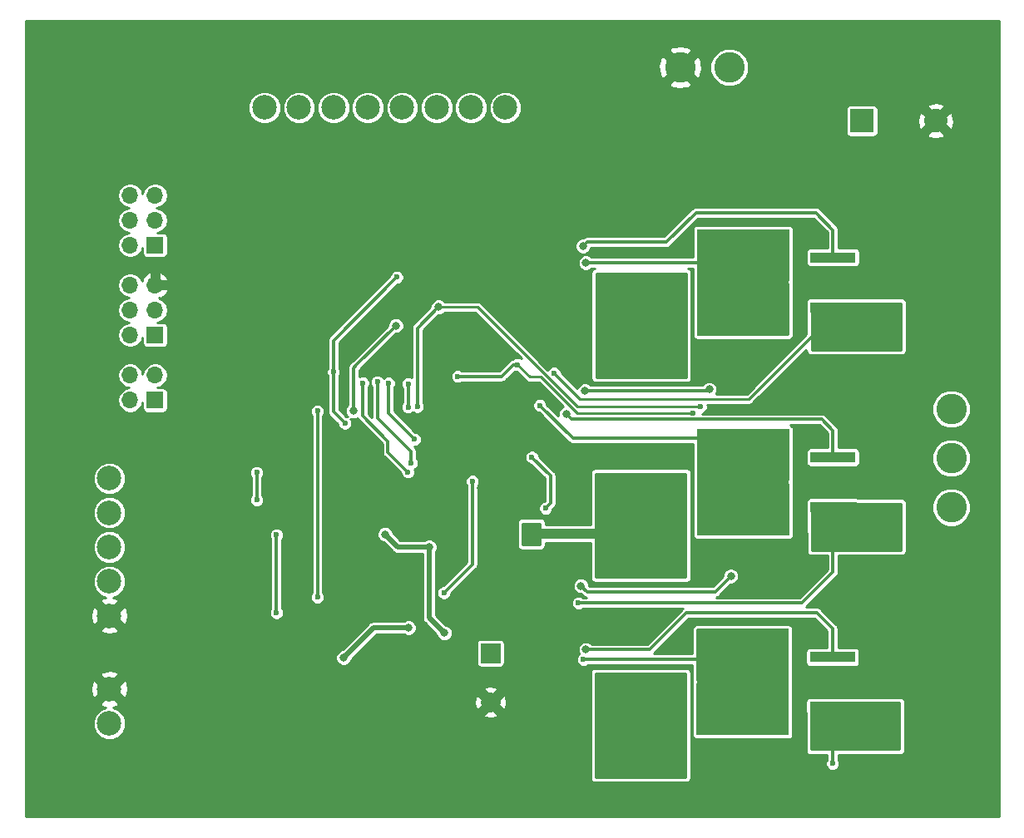
<source format=gbl>
G04 #@! TF.GenerationSoftware,KiCad,Pcbnew,(5.0.1)-3*
G04 #@! TF.CreationDate,2018-10-29T22:15:53-04:00*
G04 #@! TF.ProjectId,GCEW,474345572E6B696361645F7063620000,rev?*
G04 #@! TF.SameCoordinates,Original*
G04 #@! TF.FileFunction,Copper,L2,Bot,Signal*
G04 #@! TF.FilePolarity,Positive*
%FSLAX46Y46*%
G04 Gerber Fmt 4.6, Leading zero omitted, Abs format (unit mm)*
G04 Created by KiCad (PCBNEW (5.0.1)-3) date 10/29/2018 10:15:53 PM*
%MOMM*%
%LPD*%
G01*
G04 APERTURE LIST*
G04 #@! TA.AperFunction,ComponentPad*
%ADD10C,3.100000*%
G04 #@! TD*
G04 #@! TA.AperFunction,ComponentPad*
%ADD11R,2.400000X2.400000*%
G04 #@! TD*
G04 #@! TA.AperFunction,ComponentPad*
%ADD12C,2.400000*%
G04 #@! TD*
G04 #@! TA.AperFunction,ComponentPad*
%ADD13R,2.000000X2.000000*%
G04 #@! TD*
G04 #@! TA.AperFunction,ComponentPad*
%ADD14C,2.000000*%
G04 #@! TD*
G04 #@! TA.AperFunction,ComponentPad*
%ADD15C,2.500000*%
G04 #@! TD*
G04 #@! TA.AperFunction,ComponentPad*
%ADD16R,1.700000X1.700000*%
G04 #@! TD*
G04 #@! TA.AperFunction,ComponentPad*
%ADD17O,1.700000X1.700000*%
G04 #@! TD*
G04 #@! TA.AperFunction,SMDPad,CuDef*
%ADD18R,3.200000X1.000000*%
G04 #@! TD*
G04 #@! TA.AperFunction,SMDPad,CuDef*
%ADD19R,4.600000X1.100000*%
G04 #@! TD*
G04 #@! TA.AperFunction,SMDPad,CuDef*
%ADD20R,9.400000X10.800000*%
G04 #@! TD*
G04 #@! TA.AperFunction,SMDPad,CuDef*
%ADD21R,4.550000X5.250000*%
G04 #@! TD*
G04 #@! TA.AperFunction,ViaPad*
%ADD22C,0.800000*%
G04 #@! TD*
G04 #@! TA.AperFunction,ViaPad*
%ADD23C,0.600000*%
G04 #@! TD*
G04 #@! TA.AperFunction,Conductor*
%ADD24C,1.000000*%
G04 #@! TD*
G04 #@! TA.AperFunction,Conductor*
%ADD25C,0.500000*%
G04 #@! TD*
G04 #@! TA.AperFunction,Conductor*
%ADD26C,0.300000*%
G04 #@! TD*
G04 #@! TA.AperFunction,Conductor*
%ADD27C,0.250000*%
G04 #@! TD*
G04 #@! TA.AperFunction,Conductor*
%ADD28C,0.254000*%
G04 #@! TD*
G04 APERTURE END LIST*
D10*
G04 #@! TO.P,BT1,2*
G04 #@! TO.N,SNA*
X182100000Y-70200000D03*
G04 #@! TO.P,BT1,1*
G04 #@! TO.N,36V*
X187100000Y-70200000D03*
G04 #@! TD*
D11*
G04 #@! TO.P,C1,1*
G04 #@! TO.N,36V*
X200600000Y-75650000D03*
D12*
G04 #@! TO.P,C1,2*
G04 #@! TO.N,SNA*
X208100000Y-75650000D03*
G04 #@! TD*
D13*
G04 #@! TO.P,C9,1*
G04 #@! TO.N,36V*
X162800000Y-129850000D03*
D14*
G04 #@! TO.P,C9,2*
G04 #@! TO.N,SNA*
X162800000Y-134850000D03*
G04 #@! TD*
D15*
G04 #@! TO.P,J1,1*
G04 #@! TO.N,SOC*
X164300000Y-74300000D03*
G04 #@! TO.P,J1,2*
G04 #@! TO.N,SOB*
X160800000Y-74300000D03*
G04 #@! TO.P,J1,3*
G04 #@! TO.N,SOA*
X157300000Y-74300000D03*
G04 #@! TO.P,J1,4*
G04 #@! TO.N,ENABLE*
X153800000Y-74300000D03*
G04 #@! TO.P,J1,5*
G04 #@! TO.N,CAL*
X150300000Y-74300000D03*
G04 #@! TO.P,J1,6*
G04 #@! TO.N,INHA*
X146800000Y-74300000D03*
G04 #@! TO.P,J1,7*
G04 #@! TO.N,INHC*
X143300000Y-74300000D03*
G04 #@! TO.P,J1,8*
G04 #@! TO.N,INLC*
X139800000Y-74300000D03*
G04 #@! TD*
G04 #@! TO.P,J2,1*
G04 #@! TO.N,SNA*
X124000000Y-133525000D03*
G04 #@! TO.P,J2,2*
G04 #@! TO.N,VREF*
X124000000Y-137025000D03*
G04 #@! TD*
D16*
G04 #@! TO.P,J3,1*
G04 #@! TO.N,Net-(J3-Pad1)*
X128650000Y-88300000D03*
D17*
G04 #@! TO.P,J3,2*
G04 #@! TO.N,IDRIVE*
X126110000Y-88300000D03*
G04 #@! TO.P,J3,3*
G04 #@! TO.N,Net-(J3-Pad3)*
X128650000Y-85760000D03*
G04 #@! TO.P,J3,4*
G04 #@! TO.N,IDRIVE*
X126110000Y-85760000D03*
G04 #@! TO.P,J3,5*
G04 #@! TO.N,Net-(J3-Pad5)*
X128650000Y-83220000D03*
G04 #@! TO.P,J3,6*
G04 #@! TO.N,IDRIVE*
X126110000Y-83220000D03*
G04 #@! TD*
D16*
G04 #@! TO.P,J4,1*
G04 #@! TO.N,Net-(J4-Pad1)*
X128650000Y-97450000D03*
D17*
G04 #@! TO.P,J4,2*
G04 #@! TO.N,VDS*
X126110000Y-97450000D03*
G04 #@! TO.P,J4,3*
G04 #@! TO.N,Net-(J4-Pad3)*
X128650000Y-94910000D03*
G04 #@! TO.P,J4,4*
G04 #@! TO.N,VDS*
X126110000Y-94910000D03*
G04 #@! TO.P,J4,5*
G04 #@! TO.N,SNA*
X128650000Y-92370000D03*
G04 #@! TO.P,J4,6*
G04 #@! TO.N,VDS*
X126110000Y-92370000D03*
G04 #@! TD*
D16*
G04 #@! TO.P,J5,1*
G04 #@! TO.N,Net-(J5-Pad1)*
X128650000Y-104100000D03*
D17*
G04 #@! TO.P,J5,2*
G04 #@! TO.N,GAIN*
X126110000Y-104100000D03*
G04 #@! TO.P,J5,3*
G04 #@! TO.N,Net-(J5-Pad3)*
X128650000Y-101560000D03*
G04 #@! TO.P,J5,4*
G04 #@! TO.N,GAIN*
X126110000Y-101560000D03*
G04 #@! TD*
D10*
G04 #@! TO.P,M1,3*
G04 #@! TO.N,Net-(M1-Pad3)*
X209700000Y-105000000D03*
G04 #@! TO.P,M1,1*
G04 #@! TO.N,Net-(M1-Pad1)*
X209700000Y-115000000D03*
G04 #@! TO.P,M1,2*
G04 #@! TO.N,Net-(M1-Pad2)*
X209700000Y-110000000D03*
G04 #@! TD*
D18*
G04 #@! TO.P,R17,1*
G04 #@! TO.N,SPA*
X202950000Y-137700000D03*
G04 #@! TO.P,R17,2*
G04 #@! TO.N,SNA*
X202950000Y-131500000D03*
G04 #@! TD*
G04 #@! TO.P,R18,1*
G04 #@! TO.N,SPB*
X203100000Y-117350000D03*
G04 #@! TO.P,R18,2*
G04 #@! TO.N,SNA*
X203100000Y-111150000D03*
G04 #@! TD*
G04 #@! TO.P,R19,1*
G04 #@! TO.N,SPC*
X203100000Y-97000000D03*
G04 #@! TO.P,R19,2*
G04 #@! TO.N,SNA*
X203100000Y-90800000D03*
G04 #@! TD*
D19*
G04 #@! TO.P,U4,1*
G04 #@! TO.N,GLA*
X197599999Y-130259999D03*
G04 #@! TO.P,U4,3*
G04 #@! TO.N,SPA*
X197599999Y-135339999D03*
D20*
G04 #@! TO.P,U4,2*
G04 #@! TO.N,Net-(M1-Pad1)*
X188449999Y-132799999D03*
D21*
X186024999Y-135574999D03*
X190874999Y-130024999D03*
X186024999Y-130024999D03*
X190874999Y-135574999D03*
G04 #@! TD*
D19*
G04 #@! TO.P,U6,1*
G04 #@! TO.N,GLB*
X197649999Y-109910000D03*
G04 #@! TO.P,U6,3*
G04 #@! TO.N,SPB*
X197649999Y-114990000D03*
D20*
G04 #@! TO.P,U6,2*
G04 #@! TO.N,Net-(M1-Pad2)*
X188499999Y-112450000D03*
D21*
X186074999Y-115225000D03*
X190924999Y-109675000D03*
X186074999Y-109675000D03*
X190924999Y-115225000D03*
G04 #@! TD*
D19*
G04 #@! TO.P,U8,1*
G04 #@! TO.N,GLC*
X197649999Y-89560000D03*
G04 #@! TO.P,U8,3*
G04 #@! TO.N,SPC*
X197649999Y-94640000D03*
D20*
G04 #@! TO.P,U8,2*
G04 #@! TO.N,Net-(M1-Pad3)*
X188499999Y-92100000D03*
D21*
X186074999Y-94875000D03*
X190924999Y-89325000D03*
X186074999Y-89325000D03*
X190924999Y-94875000D03*
G04 #@! TD*
D15*
G04 #@! TO.P,U9,1*
G04 #@! TO.N,VREF*
X124000000Y-112050000D03*
G04 #@! TO.P,U9,2*
G04 #@! TO.N,Hall_A*
X124000000Y-115550000D03*
G04 #@! TO.P,U9,3*
G04 #@! TO.N,Hall_B*
X124000000Y-119050000D03*
G04 #@! TO.P,U9,4*
G04 #@! TO.N,Hall_C*
X124000000Y-122550000D03*
G04 #@! TO.P,U9,5*
G04 #@! TO.N,SNA*
X124000000Y-126050000D03*
G04 #@! TD*
D22*
G04 #@! TO.N,36V*
X174500000Y-101000000D03*
X176000000Y-101000000D03*
X177500000Y-101000000D03*
X179000000Y-101000000D03*
X180500000Y-101000000D03*
X180500000Y-99500000D03*
X179000000Y-99500000D03*
X177500000Y-99500000D03*
X176000000Y-99500000D03*
X174500000Y-99500000D03*
X174500000Y-98000000D03*
X176000000Y-98000000D03*
X177500000Y-98000000D03*
X179000000Y-98000000D03*
X180500000Y-98000000D03*
X180500000Y-93500000D03*
X179000000Y-93500000D03*
X177500000Y-93500000D03*
X176000000Y-93500000D03*
X174500000Y-96500000D03*
X176000000Y-96500000D03*
X177500000Y-96500000D03*
X179000000Y-96500000D03*
X180500000Y-96500000D03*
X180500000Y-95000000D03*
X179000000Y-95000000D03*
X177500000Y-95000000D03*
X176000000Y-95000000D03*
X174500000Y-95000000D03*
X174500000Y-93500000D03*
X174500000Y-92000000D03*
X176000000Y-92000000D03*
X177500000Y-92000000D03*
X179000000Y-92000000D03*
X180500000Y-92000000D03*
X182000000Y-92000000D03*
X182000000Y-93500000D03*
X182000000Y-95000000D03*
X182000000Y-96500000D03*
X182000000Y-98000000D03*
X182000000Y-99500000D03*
X182000000Y-101000000D03*
X176000000Y-119500000D03*
X177500000Y-119500000D03*
X179000000Y-119500000D03*
X180500000Y-119500000D03*
X180500000Y-118000000D03*
X179000000Y-118000000D03*
X177500000Y-118000000D03*
X176000000Y-118000000D03*
X176000000Y-116500000D03*
X177500000Y-116500000D03*
X179000000Y-116500000D03*
X180500000Y-116500000D03*
X180500000Y-115000000D03*
X179000000Y-115000000D03*
X177500000Y-115000000D03*
X176000000Y-115000000D03*
X176000000Y-113500000D03*
X177500000Y-113500000D03*
X179000000Y-113500000D03*
X180500000Y-113500000D03*
X182000000Y-113500000D03*
X182000000Y-115000000D03*
X182000000Y-116500000D03*
X182000000Y-118000000D03*
X182000000Y-119500000D03*
X182000000Y-112000000D03*
X180500000Y-112000000D03*
X179000000Y-112000000D03*
X177500000Y-112000000D03*
X176000000Y-112000000D03*
X174500000Y-112000000D03*
X174500000Y-113500000D03*
X174500000Y-115000000D03*
X174500000Y-116500000D03*
X174500000Y-118000000D03*
X174500000Y-119500000D03*
X174500000Y-121000000D03*
X176000000Y-121000000D03*
X177500000Y-121000000D03*
X179000000Y-121000000D03*
X180500000Y-121000000D03*
X182000000Y-121000000D03*
X180500000Y-135500000D03*
X180500000Y-137000000D03*
X180500000Y-138500000D03*
X180500000Y-140000000D03*
X179000000Y-140000000D03*
X179000000Y-138500000D03*
X179000000Y-137000000D03*
X179000000Y-135500000D03*
X177500000Y-135500000D03*
X177500000Y-137000000D03*
X177500000Y-138500000D03*
X177500000Y-140000000D03*
X176000000Y-140000000D03*
X176000000Y-138500000D03*
X176000000Y-137000000D03*
X176000000Y-135500000D03*
X176000000Y-134000000D03*
X177500000Y-134000000D03*
X179000000Y-134000000D03*
X180500000Y-134000000D03*
X174500000Y-140000000D03*
X174500000Y-138500000D03*
X174500000Y-137000000D03*
X174500000Y-135500000D03*
X174500000Y-134000000D03*
X174500000Y-132500000D03*
X176000000Y-132500000D03*
X177500000Y-132500000D03*
X179000000Y-132500000D03*
X180500000Y-132500000D03*
X182000000Y-134000000D03*
X182000000Y-135500000D03*
X182000000Y-137000000D03*
X182000000Y-138500000D03*
X182000000Y-140000000D03*
X182000000Y-141500000D03*
X180500000Y-141500000D03*
X179000000Y-141500000D03*
X177500000Y-141500000D03*
X176000000Y-141500000D03*
X174500000Y-141500000D03*
X166900000Y-117200000D03*
X166900000Y-118200000D03*
X152050000Y-117750000D03*
X156550000Y-119050000D03*
X158100000Y-127800000D03*
X182000000Y-132500000D03*
G04 #@! TO.N,SNA*
X163250000Y-107250000D03*
X162000000Y-108750000D03*
X160750000Y-110000000D03*
X160750000Y-108750000D03*
X159500000Y-108750000D03*
X158250000Y-107500000D03*
X159500000Y-107500000D03*
X159500000Y-106000000D03*
X160750000Y-104750000D03*
X160750000Y-106000000D03*
X162000000Y-106000000D03*
X162000000Y-107250000D03*
X160750000Y-107250000D03*
X167200000Y-107800000D03*
X166900000Y-106700000D03*
D23*
X198700000Y-104200000D03*
D22*
X161400000Y-139000000D03*
X164200000Y-139000000D03*
X162800000Y-139000000D03*
D23*
X161200000Y-125550000D03*
D22*
X155950000Y-128050000D03*
X155550000Y-117650000D03*
X149800000Y-123700000D03*
X147800000Y-123700000D03*
X148800000Y-123400000D03*
X161800000Y-113000000D03*
D23*
X133400000Y-116550000D03*
X139000000Y-121600000D03*
X133400000Y-128250000D03*
X133250000Y-109850000D03*
X135750000Y-83100000D03*
X135800000Y-97650000D03*
X135750000Y-101600000D03*
X156890052Y-111420000D03*
D22*
X149650000Y-107600000D03*
X159300000Y-96400000D03*
D23*
X156875000Y-101275000D03*
X148460000Y-90310000D03*
D22*
X154600000Y-106200000D03*
X163850000Y-100200000D03*
D23*
X165525000Y-94325000D03*
D22*
X130225000Y-133550000D03*
X127375000Y-126050000D03*
D23*
G04 #@! TO.N,DVDD*
X141000000Y-125750000D03*
X141000000Y-117800000D03*
X139000000Y-111450000D03*
X139000000Y-114250000D03*
X153250000Y-91575000D03*
X146800000Y-101225000D03*
X147975000Y-106450000D03*
G04 #@! TO.N,VREF*
X183400000Y-105400000D03*
X165525000Y-100475000D03*
X159450000Y-101675000D03*
D22*
X154450000Y-127275000D03*
X147850000Y-130325000D03*
X153150000Y-96500000D03*
X148825000Y-105200000D03*
D23*
X145175000Y-124150000D03*
X145175000Y-105200000D03*
G04 #@! TO.N,INHA*
X155050000Y-108075000D03*
X152400000Y-102375000D03*
G04 #@! TO.N,INHC*
X154725000Y-110500000D03*
X151275000Y-102225000D03*
G04 #@! TO.N,INLC*
X154375000Y-111400000D03*
X149775000Y-102350000D03*
G04 #@! TO.N,CAL*
X154400000Y-104800000D03*
X154400000Y-102425000D03*
G04 #@! TO.N,ENABLE*
X184150000Y-104750000D03*
D22*
X157500000Y-94600000D03*
D23*
X155350000Y-104750000D03*
D22*
G04 #@! TO.N,Net-(M1-Pad2)*
X186000000Y-109500000D03*
X189000000Y-108000000D03*
X187500000Y-108000000D03*
X186000000Y-108000000D03*
X184500000Y-108000000D03*
X184500000Y-109500000D03*
X187500000Y-109500000D03*
X189000000Y-109500000D03*
X189000000Y-111000000D03*
X187500000Y-111000000D03*
X186000000Y-111000000D03*
X184500000Y-111000000D03*
X186000000Y-112500000D03*
X187500000Y-112500000D03*
X189000000Y-112500000D03*
X192000000Y-115500000D03*
X192000000Y-114000000D03*
X192000000Y-112500000D03*
X192000000Y-111000000D03*
X192000000Y-109500000D03*
X192000000Y-108000000D03*
X190500000Y-108000000D03*
X190500000Y-109500000D03*
X190500000Y-111000000D03*
X190500000Y-112500000D03*
X190500000Y-114000000D03*
X190500000Y-115500000D03*
X189000000Y-115500000D03*
X187500000Y-115500000D03*
X186000000Y-115500000D03*
X184500000Y-115500000D03*
D23*
X167800000Y-104630000D03*
D22*
G04 #@! TO.N,Net-(M1-Pad1)*
X190500000Y-134500000D03*
X190500000Y-133000000D03*
X189000000Y-133000000D03*
X187500000Y-133000000D03*
X186000000Y-133000000D03*
X184500000Y-131500000D03*
X186000000Y-131500000D03*
X187500000Y-131500000D03*
X189000000Y-131500000D03*
X190500000Y-131500000D03*
X190500000Y-130000000D03*
X189000000Y-130000000D03*
X187500000Y-130000000D03*
X186000000Y-130000000D03*
X184500000Y-130000000D03*
X184500000Y-128500000D03*
X186000000Y-128500000D03*
X187500000Y-128500000D03*
X189000000Y-128500000D03*
X190500000Y-128500000D03*
X192000000Y-128500000D03*
X192000000Y-130000000D03*
X192000000Y-131500000D03*
X192000000Y-133000000D03*
X192000000Y-134500000D03*
X192000000Y-136000000D03*
X190500000Y-136000000D03*
X189000000Y-136000000D03*
X187500000Y-136000000D03*
X186000000Y-136000000D03*
X184500000Y-136000000D03*
D23*
X172250000Y-130500000D03*
D22*
G04 #@! TO.N,Net-(M1-Pad3)*
X184500000Y-90750000D03*
X184500000Y-87750000D03*
X184500000Y-89250000D03*
X187500000Y-89250000D03*
X187500000Y-90750000D03*
X189000000Y-90750000D03*
X189000000Y-89250000D03*
X189000000Y-87750000D03*
X187500000Y-87750000D03*
X186000000Y-87750000D03*
X186000000Y-89250000D03*
X186000000Y-90750000D03*
X186000000Y-92250000D03*
X187500000Y-92250000D03*
X189000000Y-92250000D03*
X192000000Y-93750000D03*
X192000000Y-92250000D03*
X192000000Y-90750000D03*
X192000000Y-89250000D03*
X192000000Y-87750000D03*
X190500000Y-87750000D03*
X190500000Y-89250000D03*
X190500000Y-90750000D03*
X190500000Y-92250000D03*
X190500000Y-93750000D03*
X192000000Y-95250000D03*
X190500000Y-95250000D03*
X189000000Y-95250000D03*
X187500000Y-95250000D03*
X186000000Y-95250000D03*
X184500000Y-95250000D03*
X172500000Y-90100000D03*
D23*
G04 #@! TO.N,Net-(R15-Pad2)*
X160950000Y-112350000D03*
X158050000Y-123700000D03*
G04 #@! TO.N,SPA*
X167000000Y-109900000D03*
X168400000Y-115100000D03*
X197600000Y-141100000D03*
G04 #@! TO.N,SPB*
X171750000Y-124750000D03*
G04 #@! TO.N,SPC*
X169250000Y-101350000D03*
D22*
G04 #@! TO.N,GLA*
X172500000Y-129500000D03*
G04 #@! TO.N,GLB*
X170483812Y-105516188D03*
G04 #@! TO.N,GHB*
X172000000Y-123000000D03*
X187250000Y-122000000D03*
G04 #@! TO.N,GHC*
X172400000Y-103150000D03*
X185050000Y-103000000D03*
G04 #@! TO.N,GLC*
X172200000Y-88400000D03*
G04 #@! TD*
D24*
G04 #@! TO.N,36V*
X166900000Y-117700000D02*
X174200000Y-117700000D01*
X166900000Y-117700000D02*
X166900000Y-117200000D01*
X166900000Y-118200000D02*
X166900000Y-117700000D01*
X174200000Y-117700000D02*
X174500000Y-118000000D01*
D25*
X152050000Y-117750000D02*
X153350000Y-119050000D01*
X153350000Y-119050000D02*
X156550000Y-119050000D01*
X156550000Y-126250000D02*
X156550000Y-119050000D01*
X158100000Y-127800000D02*
X156550000Y-126250000D01*
D26*
G04 #@! TO.N,DVDD*
X141000000Y-125750000D02*
X141000000Y-125325736D01*
X141000000Y-125325736D02*
X141000000Y-117800000D01*
X139000000Y-111450000D02*
X139000000Y-111874264D01*
X139000000Y-111874264D02*
X139000000Y-114250000D01*
X146800000Y-98025000D02*
X153250000Y-91575000D01*
X146800000Y-101225000D02*
X146800000Y-98025000D01*
X146800000Y-101225000D02*
X146800000Y-105275000D01*
X146800000Y-105275000D02*
X147975000Y-106450000D01*
D27*
G04 #@! TO.N,VREF*
X167925000Y-101725000D02*
X166775000Y-101725000D01*
X183400000Y-105400000D02*
X171600000Y-105400000D01*
X171600000Y-105400000D02*
X167925000Y-101725000D01*
X166775000Y-101725000D02*
X165525000Y-100475000D01*
D26*
X165100736Y-100475000D02*
X163900736Y-101675000D01*
X165525000Y-100475000D02*
X165100736Y-100475000D01*
X163900736Y-101675000D02*
X159450000Y-101675000D01*
D25*
X154450000Y-127275000D02*
X150900000Y-127275000D01*
X150900000Y-127275000D02*
X147850000Y-130325000D01*
D26*
X153150000Y-96500000D02*
X149144999Y-100505001D01*
X149144999Y-100505001D02*
X148825000Y-100825000D01*
X148825000Y-100825000D02*
X148825000Y-105200000D01*
X145175000Y-124150000D02*
X145175000Y-105200000D01*
G04 #@! TO.N,INHA*
X155050000Y-108075000D02*
X152400000Y-105425000D01*
X152400000Y-105425000D02*
X152400000Y-102375000D01*
G04 #@! TO.N,INHC*
X154725000Y-110500000D02*
X154725000Y-109350000D01*
X154725000Y-109350000D02*
X151275000Y-105900000D01*
X151275000Y-105900000D02*
X151275000Y-102225000D01*
G04 #@! TO.N,INLC*
X154375000Y-111400000D02*
X152350000Y-109375000D01*
X152350000Y-109375000D02*
X152350000Y-108275000D01*
X152350000Y-108275000D02*
X149775000Y-105700000D01*
X149775000Y-105700000D02*
X149775000Y-102350000D01*
G04 #@! TO.N,CAL*
X154400000Y-104800000D02*
X154400000Y-102425000D01*
D27*
G04 #@! TO.N,ENABLE*
X184150000Y-104750000D02*
X171600000Y-104750000D01*
X171600000Y-104750000D02*
X170400000Y-103550000D01*
X170400000Y-103550000D02*
X169250000Y-102400000D01*
X169250000Y-102400000D02*
X161450000Y-94600000D01*
X161450000Y-94600000D02*
X157500000Y-94600000D01*
D26*
X155350000Y-96750000D02*
X157500000Y-94600000D01*
X155350000Y-104750000D02*
X155350000Y-96750000D01*
G04 #@! TO.N,Net-(M1-Pad2)*
X182600000Y-108000000D02*
X184500000Y-108000000D01*
X167800000Y-104630000D02*
X171170000Y-108000000D01*
X171170000Y-108000000D02*
X182600000Y-108000000D01*
G04 #@! TO.N,Net-(M1-Pad1)*
X186150000Y-130500000D02*
X188449999Y-132799999D01*
X172250000Y-130500000D02*
X186150000Y-130500000D01*
G04 #@! TO.N,Net-(M1-Pad3)*
X186499999Y-90100000D02*
X188499999Y-92100000D01*
X172500000Y-90100000D02*
X186499999Y-90100000D01*
G04 #@! TO.N,Net-(R15-Pad2)*
X160950000Y-112350000D02*
X160950000Y-120800000D01*
X160950000Y-120800000D02*
X158050000Y-123700000D01*
G04 #@! TO.N,SPA*
X167000000Y-109900000D02*
X168900000Y-111800000D01*
X168900000Y-111800000D02*
X168900000Y-114600000D01*
X168900000Y-114600000D02*
X168400000Y-115100000D01*
X197599999Y-140675735D02*
X197599999Y-135339999D01*
X197600000Y-141100000D02*
X197599999Y-140675735D01*
G04 #@! TO.N,SPB*
X197649999Y-121600001D02*
X197649999Y-114990000D01*
X171750000Y-124750000D02*
X194500000Y-124750000D01*
X194500000Y-124750000D02*
X197649999Y-121600001D01*
D27*
G04 #@! TO.N,SPC*
X197649999Y-95440000D02*
X189089999Y-104000000D01*
X197649999Y-94640000D02*
X197649999Y-95440000D01*
X189089999Y-104000000D02*
X171900000Y-104000000D01*
X171900000Y-104000000D02*
X169250000Y-101350000D01*
D26*
G04 #@! TO.N,GLA*
X172500000Y-129500000D02*
X179000000Y-129500000D01*
X179000000Y-129500000D02*
X182750000Y-125750000D01*
X182750000Y-125750000D02*
X196000000Y-125750000D01*
X197599999Y-127349999D02*
X197599999Y-130259999D01*
X196000000Y-125750000D02*
X197599999Y-127349999D01*
G04 #@! TO.N,GLB*
X197649999Y-107182375D02*
X197649999Y-109910000D01*
X196517624Y-106050000D02*
X197649999Y-107182375D01*
X170483812Y-105516188D02*
X171017624Y-106050000D01*
X171017624Y-106050000D02*
X196517624Y-106050000D01*
G04 #@! TO.N,GHB*
X172000000Y-123000000D02*
X172600000Y-123600000D01*
X172600000Y-123600000D02*
X185650000Y-123600000D01*
X185650000Y-123600000D02*
X187250000Y-122000000D01*
G04 #@! TO.N,GHC*
X172400000Y-103150000D02*
X172965685Y-103150000D01*
X172965685Y-103150000D02*
X184900000Y-103150000D01*
X184900000Y-103150000D02*
X185050000Y-103000000D01*
G04 #@! TO.N,GLC*
X172599999Y-88000001D02*
X180699999Y-88000001D01*
X172200000Y-88400000D02*
X172599999Y-88000001D01*
X180699999Y-88000001D02*
X183700000Y-85000000D01*
X183700000Y-85000000D02*
X195900000Y-85000000D01*
X197649999Y-86749999D02*
X197649999Y-89560000D01*
X195900000Y-85000000D02*
X197649999Y-86749999D01*
G04 #@! TD*
D28*
G04 #@! TO.N,SPB*
G36*
X204573000Y-114626187D02*
X204573000Y-119373000D01*
X195525751Y-119373000D01*
X195478269Y-114567825D01*
X204573000Y-114626187D01*
X204573000Y-114626187D01*
G37*
X204573000Y-114626187D02*
X204573000Y-119373000D01*
X195525751Y-119373000D01*
X195478269Y-114567825D01*
X204573000Y-114626187D01*
G04 #@! TO.N,SPC*
G36*
X204573000Y-98963000D02*
X195477000Y-98963000D01*
X195477000Y-94217000D01*
X204573000Y-94217000D01*
X204573000Y-98963000D01*
X204573000Y-98963000D01*
G37*
X204573000Y-98963000D02*
X195477000Y-98963000D01*
X195477000Y-94217000D01*
X204573000Y-94217000D01*
X204573000Y-98963000D01*
G04 #@! TO.N,SPA*
G36*
X204423000Y-139663000D02*
X195427000Y-139663000D01*
X195427000Y-134917000D01*
X204423000Y-134917000D01*
X204423000Y-139663000D01*
X204423000Y-139663000D01*
G37*
X204423000Y-139663000D02*
X195427000Y-139663000D01*
X195427000Y-134917000D01*
X204423000Y-134917000D01*
X204423000Y-139663000D01*
G04 #@! TO.N,36V*
G36*
X167823000Y-118793000D02*
X166067000Y-118793000D01*
X166067000Y-116647000D01*
X167823000Y-116647000D01*
X167823000Y-118793000D01*
X167823000Y-118793000D01*
G37*
X167823000Y-118793000D02*
X166067000Y-118793000D01*
X166067000Y-116647000D01*
X167823000Y-116647000D01*
X167823000Y-118793000D01*
G36*
X182673000Y-122123000D02*
X173527000Y-122123000D01*
X173527000Y-111577000D01*
X182673000Y-111577000D01*
X182673000Y-122123000D01*
X182673000Y-122123000D01*
G37*
X182673000Y-122123000D02*
X173527000Y-122123000D01*
X173527000Y-111577000D01*
X182673000Y-111577000D01*
X182673000Y-122123000D01*
G36*
X182698000Y-101773000D02*
X173552000Y-101773000D01*
X173552000Y-91227000D01*
X182698000Y-91227000D01*
X182698000Y-101773000D01*
X182698000Y-101773000D01*
G37*
X182698000Y-101773000D02*
X173552000Y-101773000D01*
X173552000Y-91227000D01*
X182698000Y-91227000D01*
X182698000Y-101773000D01*
G36*
X182648000Y-142473000D02*
X173502000Y-142473000D01*
X173502000Y-131927000D01*
X182648000Y-131927000D01*
X182648000Y-142473000D01*
X182648000Y-142473000D01*
G37*
X182648000Y-142473000D02*
X173502000Y-142473000D01*
X173502000Y-131927000D01*
X182648000Y-131927000D01*
X182648000Y-142473000D01*
G04 #@! TO.N,SNA*
G36*
X214523001Y-146523000D02*
X115477000Y-146523000D01*
X115477000Y-136691424D01*
X122323000Y-136691424D01*
X122323000Y-137358576D01*
X122578308Y-137974944D01*
X123050056Y-138446692D01*
X123666424Y-138702000D01*
X124333576Y-138702000D01*
X124949944Y-138446692D01*
X125421692Y-137974944D01*
X125677000Y-137358576D01*
X125677000Y-136691424D01*
X125451551Y-136147140D01*
X162030362Y-136147140D01*
X162146749Y-136383708D01*
X162783400Y-136516949D01*
X163422578Y-136396413D01*
X163453251Y-136383708D01*
X163569638Y-136147140D01*
X162800000Y-135377502D01*
X162030362Y-136147140D01*
X125451551Y-136147140D01*
X125421692Y-136075056D01*
X124949944Y-135603308D01*
X124390799Y-135371702D01*
X124663347Y-135328824D01*
X124806439Y-135269553D01*
X124954787Y-135007289D01*
X124780898Y-134833400D01*
X161133051Y-134833400D01*
X161253587Y-135472578D01*
X161266292Y-135503251D01*
X161502860Y-135619638D01*
X162272498Y-134850000D01*
X163327502Y-134850000D01*
X164097140Y-135619638D01*
X164333708Y-135503251D01*
X164466949Y-134866600D01*
X164346413Y-134227422D01*
X164333708Y-134196749D01*
X164097140Y-134080362D01*
X163327502Y-134850000D01*
X162272498Y-134850000D01*
X161502860Y-134080362D01*
X161266292Y-134196749D01*
X161133051Y-134833400D01*
X124780898Y-134833400D01*
X124000000Y-134052502D01*
X123045213Y-135007289D01*
X123193561Y-135269553D01*
X123612113Y-135370497D01*
X123050056Y-135603308D01*
X122578308Y-136075056D01*
X122323000Y-136691424D01*
X115477000Y-136691424D01*
X115477000Y-133447559D01*
X122079632Y-133447559D01*
X122196176Y-134188347D01*
X122255447Y-134331439D01*
X122517711Y-134479787D01*
X123472498Y-133525000D01*
X124527502Y-133525000D01*
X125482289Y-134479787D01*
X125744553Y-134331439D01*
X125920368Y-133602441D01*
X125912568Y-133552860D01*
X162030362Y-133552860D01*
X162800000Y-134322498D01*
X163569638Y-133552860D01*
X163453251Y-133316292D01*
X162816600Y-133183051D01*
X162177422Y-133303587D01*
X162146749Y-133316292D01*
X162030362Y-133552860D01*
X125912568Y-133552860D01*
X125803824Y-132861653D01*
X125744553Y-132718561D01*
X125482289Y-132570213D01*
X124527502Y-133525000D01*
X123472498Y-133525000D01*
X122517711Y-132570213D01*
X122255447Y-132718561D01*
X122079632Y-133447559D01*
X115477000Y-133447559D01*
X115477000Y-132042711D01*
X123045213Y-132042711D01*
X124000000Y-132997498D01*
X124954787Y-132042711D01*
X124817500Y-131800000D01*
X172948000Y-131800000D01*
X172948000Y-142600000D01*
X172980503Y-142763406D01*
X173073065Y-142901935D01*
X173211594Y-142994497D01*
X173375000Y-143027000D01*
X182775000Y-143027000D01*
X182938406Y-142994497D01*
X183076935Y-142901935D01*
X183169497Y-142763406D01*
X183202000Y-142600000D01*
X183202000Y-131800000D01*
X183169497Y-131636594D01*
X183076935Y-131498065D01*
X182938406Y-131405503D01*
X182775000Y-131373000D01*
X173375000Y-131373000D01*
X173211594Y-131405503D01*
X173073065Y-131498065D01*
X172980503Y-131636594D01*
X172948000Y-131800000D01*
X124817500Y-131800000D01*
X124806439Y-131780447D01*
X124077441Y-131604632D01*
X123336653Y-131721176D01*
X123193561Y-131780447D01*
X123045213Y-132042711D01*
X115477000Y-132042711D01*
X115477000Y-130160499D01*
X147023000Y-130160499D01*
X147023000Y-130489501D01*
X147148903Y-130793458D01*
X147381542Y-131026097D01*
X147685499Y-131152000D01*
X148014501Y-131152000D01*
X148318458Y-131026097D01*
X148551097Y-130793458D01*
X148677000Y-130489501D01*
X148677000Y-130455421D01*
X150282422Y-128850000D01*
X161364635Y-128850000D01*
X161364635Y-130850000D01*
X161397775Y-131016607D01*
X161492150Y-131157850D01*
X161633393Y-131252225D01*
X161800000Y-131285365D01*
X163800000Y-131285365D01*
X163966607Y-131252225D01*
X164107850Y-131157850D01*
X164202225Y-131016607D01*
X164235365Y-130850000D01*
X164235365Y-128850000D01*
X164202225Y-128683393D01*
X164107850Y-128542150D01*
X163966607Y-128447775D01*
X163800000Y-128414635D01*
X161800000Y-128414635D01*
X161633393Y-128447775D01*
X161492150Y-128542150D01*
X161397775Y-128683393D01*
X161364635Y-128850000D01*
X150282422Y-128850000D01*
X151180423Y-127952000D01*
X153957445Y-127952000D01*
X153981542Y-127976097D01*
X154285499Y-128102000D01*
X154614501Y-128102000D01*
X154918458Y-127976097D01*
X155151097Y-127743458D01*
X155277000Y-127439501D01*
X155277000Y-127110499D01*
X155151097Y-126806542D01*
X154918458Y-126573903D01*
X154614501Y-126448000D01*
X154285499Y-126448000D01*
X153981542Y-126573903D01*
X153957445Y-126598000D01*
X150966676Y-126598000D01*
X150899999Y-126584737D01*
X150833323Y-126598000D01*
X150833322Y-126598000D01*
X150635848Y-126637280D01*
X150411910Y-126786910D01*
X150374140Y-126843437D01*
X147719579Y-129498000D01*
X147685499Y-129498000D01*
X147381542Y-129623903D01*
X147148903Y-129856542D01*
X147023000Y-130160499D01*
X115477000Y-130160499D01*
X115477000Y-127532289D01*
X123045213Y-127532289D01*
X123193561Y-127794553D01*
X123922559Y-127970368D01*
X124663347Y-127853824D01*
X124806439Y-127794553D01*
X124954787Y-127532289D01*
X124000000Y-126577502D01*
X123045213Y-127532289D01*
X115477000Y-127532289D01*
X115477000Y-125972559D01*
X122079632Y-125972559D01*
X122196176Y-126713347D01*
X122255447Y-126856439D01*
X122517711Y-127004787D01*
X123472498Y-126050000D01*
X124527502Y-126050000D01*
X125482289Y-127004787D01*
X125744553Y-126856439D01*
X125920368Y-126127441D01*
X125803824Y-125386653D01*
X125744553Y-125243561D01*
X125482289Y-125095213D01*
X124527502Y-126050000D01*
X123472498Y-126050000D01*
X122517711Y-125095213D01*
X122255447Y-125243561D01*
X122079632Y-125972559D01*
X115477000Y-125972559D01*
X115477000Y-122216424D01*
X122323000Y-122216424D01*
X122323000Y-122883576D01*
X122578308Y-123499944D01*
X123050056Y-123971692D01*
X123609201Y-124203298D01*
X123336653Y-124246176D01*
X123193561Y-124305447D01*
X123045213Y-124567711D01*
X124000000Y-125522498D01*
X124954787Y-124567711D01*
X124806439Y-124305447D01*
X124387887Y-124204503D01*
X124949944Y-123971692D01*
X125421692Y-123499944D01*
X125677000Y-122883576D01*
X125677000Y-122216424D01*
X125421692Y-121600056D01*
X124949944Y-121128308D01*
X124333576Y-120873000D01*
X123666424Y-120873000D01*
X123050056Y-121128308D01*
X122578308Y-121600056D01*
X122323000Y-122216424D01*
X115477000Y-122216424D01*
X115477000Y-118716424D01*
X122323000Y-118716424D01*
X122323000Y-119383576D01*
X122578308Y-119999944D01*
X123050056Y-120471692D01*
X123666424Y-120727000D01*
X124333576Y-120727000D01*
X124949944Y-120471692D01*
X125421692Y-119999944D01*
X125677000Y-119383576D01*
X125677000Y-118716424D01*
X125421692Y-118100056D01*
X124977027Y-117655391D01*
X140273000Y-117655391D01*
X140273000Y-117944609D01*
X140383679Y-118211813D01*
X140423001Y-118251135D01*
X140423000Y-125268907D01*
X140423000Y-125298866D01*
X140383679Y-125338187D01*
X140273000Y-125605391D01*
X140273000Y-125894609D01*
X140383679Y-126161813D01*
X140588187Y-126366321D01*
X140855391Y-126477000D01*
X141144609Y-126477000D01*
X141411813Y-126366321D01*
X141616321Y-126161813D01*
X141727000Y-125894609D01*
X141727000Y-125605391D01*
X141616321Y-125338187D01*
X141577000Y-125298866D01*
X141577000Y-118251134D01*
X141616321Y-118211813D01*
X141727000Y-117944609D01*
X141727000Y-117655391D01*
X141616321Y-117388187D01*
X141411813Y-117183679D01*
X141144609Y-117073000D01*
X140855391Y-117073000D01*
X140588187Y-117183679D01*
X140383679Y-117388187D01*
X140273000Y-117655391D01*
X124977027Y-117655391D01*
X124949944Y-117628308D01*
X124333576Y-117373000D01*
X123666424Y-117373000D01*
X123050056Y-117628308D01*
X122578308Y-118100056D01*
X122323000Y-118716424D01*
X115477000Y-118716424D01*
X115477000Y-115216424D01*
X122323000Y-115216424D01*
X122323000Y-115883576D01*
X122578308Y-116499944D01*
X123050056Y-116971692D01*
X123666424Y-117227000D01*
X124333576Y-117227000D01*
X124949944Y-116971692D01*
X125421692Y-116499944D01*
X125677000Y-115883576D01*
X125677000Y-115216424D01*
X125421692Y-114600056D01*
X124949944Y-114128308D01*
X124333576Y-113873000D01*
X123666424Y-113873000D01*
X123050056Y-114128308D01*
X122578308Y-114600056D01*
X122323000Y-115216424D01*
X115477000Y-115216424D01*
X115477000Y-111716424D01*
X122323000Y-111716424D01*
X122323000Y-112383576D01*
X122578308Y-112999944D01*
X123050056Y-113471692D01*
X123666424Y-113727000D01*
X124333576Y-113727000D01*
X124949944Y-113471692D01*
X125421692Y-112999944D01*
X125677000Y-112383576D01*
X125677000Y-111716424D01*
X125506745Y-111305391D01*
X138273000Y-111305391D01*
X138273000Y-111594609D01*
X138383679Y-111861813D01*
X138423000Y-111901134D01*
X138423001Y-113798865D01*
X138383679Y-113838187D01*
X138273000Y-114105391D01*
X138273000Y-114394609D01*
X138383679Y-114661813D01*
X138588187Y-114866321D01*
X138855391Y-114977000D01*
X139144609Y-114977000D01*
X139411813Y-114866321D01*
X139616321Y-114661813D01*
X139727000Y-114394609D01*
X139727000Y-114105391D01*
X139616321Y-113838187D01*
X139577000Y-113798866D01*
X139577000Y-111901134D01*
X139616321Y-111861813D01*
X139727000Y-111594609D01*
X139727000Y-111305391D01*
X139616321Y-111038187D01*
X139411813Y-110833679D01*
X139144609Y-110723000D01*
X138855391Y-110723000D01*
X138588187Y-110833679D01*
X138383679Y-111038187D01*
X138273000Y-111305391D01*
X125506745Y-111305391D01*
X125421692Y-111100056D01*
X124949944Y-110628308D01*
X124333576Y-110373000D01*
X123666424Y-110373000D01*
X123050056Y-110628308D01*
X122578308Y-111100056D01*
X122323000Y-111716424D01*
X115477000Y-111716424D01*
X115477000Y-101560000D01*
X124807983Y-101560000D01*
X124907093Y-102058260D01*
X125189335Y-102480665D01*
X125611740Y-102762907D01*
X125949040Y-102830000D01*
X125611740Y-102897093D01*
X125189335Y-103179335D01*
X124907093Y-103601740D01*
X124807983Y-104100000D01*
X124907093Y-104598260D01*
X125189335Y-105020665D01*
X125611740Y-105302907D01*
X125984231Y-105377000D01*
X126235769Y-105377000D01*
X126608260Y-105302907D01*
X127030665Y-105020665D01*
X127312907Y-104598260D01*
X127364635Y-104338206D01*
X127364635Y-104950000D01*
X127397775Y-105116607D01*
X127492150Y-105257850D01*
X127633393Y-105352225D01*
X127800000Y-105385365D01*
X129500000Y-105385365D01*
X129666607Y-105352225D01*
X129807850Y-105257850D01*
X129902225Y-105116607D01*
X129914401Y-105055391D01*
X144448000Y-105055391D01*
X144448000Y-105344609D01*
X144558679Y-105611813D01*
X144598001Y-105651135D01*
X144598000Y-123698866D01*
X144558679Y-123738187D01*
X144448000Y-124005391D01*
X144448000Y-124294609D01*
X144558679Y-124561813D01*
X144763187Y-124766321D01*
X145030391Y-124877000D01*
X145319609Y-124877000D01*
X145586813Y-124766321D01*
X145791321Y-124561813D01*
X145902000Y-124294609D01*
X145902000Y-124005391D01*
X145791321Y-123738187D01*
X145752000Y-123698866D01*
X145752000Y-117585499D01*
X151223000Y-117585499D01*
X151223000Y-117914501D01*
X151348903Y-118218458D01*
X151581542Y-118451097D01*
X151885499Y-118577000D01*
X151919578Y-118577000D01*
X152824140Y-119481563D01*
X152861910Y-119538090D01*
X152918437Y-119575860D01*
X153085847Y-119687720D01*
X153350000Y-119740263D01*
X153416678Y-119727000D01*
X155873001Y-119727000D01*
X155873000Y-126183323D01*
X155859737Y-126250000D01*
X155873000Y-126316676D01*
X155873000Y-126316677D01*
X155912280Y-126514151D01*
X156061910Y-126738089D01*
X156118441Y-126775862D01*
X157273000Y-127930422D01*
X157273000Y-127964501D01*
X157398903Y-128268458D01*
X157631542Y-128501097D01*
X157935499Y-128627000D01*
X158264501Y-128627000D01*
X158568458Y-128501097D01*
X158801097Y-128268458D01*
X158927000Y-127964501D01*
X158927000Y-127635499D01*
X158801097Y-127331542D01*
X158568458Y-127098903D01*
X158264501Y-126973000D01*
X158230422Y-126973000D01*
X157227000Y-125969579D01*
X157227000Y-124605391D01*
X171023000Y-124605391D01*
X171023000Y-124894609D01*
X171133679Y-125161813D01*
X171338187Y-125366321D01*
X171605391Y-125477000D01*
X171894609Y-125477000D01*
X172161813Y-125366321D01*
X172201134Y-125327000D01*
X182344491Y-125327000D01*
X182334006Y-125334006D01*
X182301814Y-125382185D01*
X178761000Y-128923000D01*
X173092555Y-128923000D01*
X172968458Y-128798903D01*
X172664501Y-128673000D01*
X172335499Y-128673000D01*
X172031542Y-128798903D01*
X171798903Y-129031542D01*
X171673000Y-129335499D01*
X171673000Y-129664501D01*
X171785578Y-129936288D01*
X171633679Y-130088187D01*
X171523000Y-130355391D01*
X171523000Y-130644609D01*
X171633679Y-130911813D01*
X171838187Y-131116321D01*
X172105391Y-131227000D01*
X172394609Y-131227000D01*
X172661813Y-131116321D01*
X172701134Y-131077000D01*
X183314634Y-131077000D01*
X183314634Y-138199999D01*
X183347774Y-138366606D01*
X183442149Y-138507849D01*
X183583392Y-138602224D01*
X183749999Y-138635364D01*
X193149999Y-138635364D01*
X193316606Y-138602224D01*
X193457849Y-138507849D01*
X193552224Y-138366606D01*
X193585364Y-138199999D01*
X193585364Y-134789999D01*
X194864634Y-134789999D01*
X194864634Y-135889999D01*
X194873000Y-135932058D01*
X194873000Y-139790000D01*
X194905503Y-139953406D01*
X194998065Y-140091935D01*
X195136594Y-140184497D01*
X195300000Y-140217000D01*
X197022999Y-140217000D01*
X197022999Y-140648867D01*
X196983679Y-140688187D01*
X196873000Y-140955391D01*
X196873000Y-141244609D01*
X196983679Y-141511813D01*
X197188187Y-141716321D01*
X197455391Y-141827000D01*
X197744609Y-141827000D01*
X198011813Y-141716321D01*
X198216321Y-141511813D01*
X198327000Y-141244609D01*
X198327000Y-140955391D01*
X198216321Y-140688187D01*
X198176999Y-140648865D01*
X198176999Y-140217000D01*
X204550000Y-140217000D01*
X204713406Y-140184497D01*
X204851935Y-140091935D01*
X204944497Y-139953406D01*
X204977000Y-139790000D01*
X204977000Y-138242054D01*
X204985365Y-138200000D01*
X204985365Y-137200000D01*
X204977000Y-137157946D01*
X204977000Y-134790000D01*
X204944497Y-134626594D01*
X204851935Y-134488065D01*
X204713406Y-134395503D01*
X204550000Y-134363000D01*
X199942058Y-134363000D01*
X199899999Y-134354634D01*
X195299999Y-134354634D01*
X195133392Y-134387774D01*
X194992149Y-134482149D01*
X194897774Y-134623392D01*
X194864634Y-134789999D01*
X193585364Y-134789999D01*
X193585364Y-127399999D01*
X193552224Y-127233392D01*
X193457849Y-127092149D01*
X193316606Y-126997774D01*
X193149999Y-126964634D01*
X183749999Y-126964634D01*
X183583392Y-126997774D01*
X183442149Y-127092149D01*
X183347774Y-127233392D01*
X183314634Y-127399999D01*
X183314634Y-129923000D01*
X179405509Y-129923000D01*
X179415994Y-129915994D01*
X179448188Y-129867812D01*
X182989001Y-126327000D01*
X195761000Y-126327000D01*
X197022999Y-127589000D01*
X197023000Y-129274634D01*
X195299999Y-129274634D01*
X195133392Y-129307774D01*
X194992149Y-129402149D01*
X194897774Y-129543392D01*
X194864634Y-129709999D01*
X194864634Y-130809999D01*
X194897774Y-130976606D01*
X194992149Y-131117849D01*
X195133392Y-131212224D01*
X195299999Y-131245364D01*
X199899999Y-131245364D01*
X200066606Y-131212224D01*
X200207849Y-131117849D01*
X200302224Y-130976606D01*
X200335364Y-130809999D01*
X200335364Y-129709999D01*
X200302224Y-129543392D01*
X200207849Y-129402149D01*
X200066606Y-129307774D01*
X199899999Y-129274634D01*
X198176999Y-129274634D01*
X198176999Y-127406826D01*
X198188303Y-127349998D01*
X198165108Y-127233392D01*
X198143521Y-127124865D01*
X198015993Y-126934005D01*
X197967814Y-126901813D01*
X196448188Y-125382188D01*
X196415994Y-125334006D01*
X196225134Y-125206478D01*
X196056829Y-125173000D01*
X196056828Y-125173000D01*
X196000000Y-125161696D01*
X195943172Y-125173000D01*
X194905509Y-125173000D01*
X194915994Y-125165994D01*
X194948188Y-125117812D01*
X198017814Y-122048187D01*
X198065993Y-122015995D01*
X198193521Y-121825135D01*
X198226999Y-121656830D01*
X198226999Y-121656829D01*
X198238303Y-121600002D01*
X198226999Y-121543174D01*
X198226999Y-119927000D01*
X204700000Y-119927000D01*
X204863406Y-119894497D01*
X205001935Y-119801935D01*
X205094497Y-119663406D01*
X205127000Y-119500000D01*
X205127000Y-117892054D01*
X205135365Y-117850000D01*
X205135365Y-116850000D01*
X205127000Y-116807946D01*
X205127000Y-114606750D01*
X207723000Y-114606750D01*
X207723000Y-115393250D01*
X208023980Y-116119881D01*
X208580119Y-116676020D01*
X209306750Y-116977000D01*
X210093250Y-116977000D01*
X210819881Y-116676020D01*
X211376020Y-116119881D01*
X211677000Y-115393250D01*
X211677000Y-114606750D01*
X211376020Y-113880119D01*
X210819881Y-113323980D01*
X210093250Y-113023000D01*
X209306750Y-113023000D01*
X208580119Y-113323980D01*
X208023980Y-113880119D01*
X207723000Y-114606750D01*
X205127000Y-114606750D01*
X205127000Y-114500000D01*
X205095537Y-114339129D01*
X205003866Y-114200009D01*
X204865934Y-114106560D01*
X204702740Y-114073009D01*
X200125377Y-114043636D01*
X200116606Y-114037775D01*
X199949999Y-114004635D01*
X195349999Y-114004635D01*
X195183392Y-114037775D01*
X195042149Y-114132150D01*
X194947774Y-114273393D01*
X194914634Y-114440000D01*
X194914634Y-115540000D01*
X194934853Y-115641650D01*
X194973021Y-119504219D01*
X195005503Y-119663406D01*
X195098065Y-119801935D01*
X195236594Y-119894497D01*
X195400000Y-119927000D01*
X197072999Y-119927000D01*
X197072999Y-121361000D01*
X194261000Y-124173000D01*
X185726938Y-124173000D01*
X185875134Y-124143522D01*
X186065994Y-124015994D01*
X186098188Y-123967812D01*
X187239001Y-122827000D01*
X187414501Y-122827000D01*
X187718458Y-122701097D01*
X187951097Y-122468458D01*
X188077000Y-122164501D01*
X188077000Y-121835499D01*
X187951097Y-121531542D01*
X187718458Y-121298903D01*
X187414501Y-121173000D01*
X187085499Y-121173000D01*
X186781542Y-121298903D01*
X186548903Y-121531542D01*
X186423000Y-121835499D01*
X186423000Y-122010999D01*
X185411000Y-123023000D01*
X172839001Y-123023000D01*
X172827000Y-123010999D01*
X172827000Y-122835499D01*
X172701097Y-122531542D01*
X172468458Y-122298903D01*
X172164501Y-122173000D01*
X171835499Y-122173000D01*
X171531542Y-122298903D01*
X171298903Y-122531542D01*
X171173000Y-122835499D01*
X171173000Y-123164501D01*
X171298903Y-123468458D01*
X171531542Y-123701097D01*
X171835499Y-123827000D01*
X172010999Y-123827000D01*
X172151814Y-123967815D01*
X172184006Y-124015994D01*
X172374866Y-124143522D01*
X172523062Y-124173000D01*
X172201134Y-124173000D01*
X172161813Y-124133679D01*
X171894609Y-124023000D01*
X171605391Y-124023000D01*
X171338187Y-124133679D01*
X171133679Y-124338187D01*
X171023000Y-124605391D01*
X157227000Y-124605391D01*
X157227000Y-123555391D01*
X157323000Y-123555391D01*
X157323000Y-123844609D01*
X157433679Y-124111813D01*
X157638187Y-124316321D01*
X157905391Y-124427000D01*
X158194609Y-124427000D01*
X158461813Y-124316321D01*
X158666321Y-124111813D01*
X158777000Y-123844609D01*
X158777000Y-123789000D01*
X161317815Y-121248186D01*
X161365994Y-121215994D01*
X161493522Y-121025134D01*
X161527000Y-120856829D01*
X161538304Y-120800001D01*
X161527000Y-120743173D01*
X161527000Y-116520000D01*
X165513000Y-116520000D01*
X165513000Y-118920000D01*
X165545503Y-119083406D01*
X165638065Y-119221935D01*
X165776594Y-119314497D01*
X165940000Y-119347000D01*
X167950000Y-119347000D01*
X168113406Y-119314497D01*
X168251935Y-119221935D01*
X168344497Y-119083406D01*
X168377000Y-118920000D01*
X168377000Y-118627000D01*
X172973000Y-118627000D01*
X172973000Y-122250000D01*
X173005503Y-122413406D01*
X173098065Y-122551935D01*
X173236594Y-122644497D01*
X173400000Y-122677000D01*
X182800000Y-122677000D01*
X182963406Y-122644497D01*
X183101935Y-122551935D01*
X183194497Y-122413406D01*
X183227000Y-122250000D01*
X183227000Y-111450000D01*
X183194497Y-111286594D01*
X183101935Y-111148065D01*
X182963406Y-111055503D01*
X182800000Y-111023000D01*
X173400000Y-111023000D01*
X173236594Y-111055503D01*
X173098065Y-111148065D01*
X173005503Y-111286594D01*
X172973000Y-111450000D01*
X172973000Y-116773000D01*
X168377000Y-116773000D01*
X168377000Y-116520000D01*
X168344497Y-116356594D01*
X168251935Y-116218065D01*
X168113406Y-116125503D01*
X167950000Y-116093000D01*
X165940000Y-116093000D01*
X165776594Y-116125503D01*
X165638065Y-116218065D01*
X165545503Y-116356594D01*
X165513000Y-116520000D01*
X161527000Y-116520000D01*
X161527000Y-112801134D01*
X161566321Y-112761813D01*
X161677000Y-112494609D01*
X161677000Y-112205391D01*
X161566321Y-111938187D01*
X161361813Y-111733679D01*
X161094609Y-111623000D01*
X160805391Y-111623000D01*
X160538187Y-111733679D01*
X160333679Y-111938187D01*
X160223000Y-112205391D01*
X160223000Y-112494609D01*
X160333679Y-112761813D01*
X160373000Y-112801134D01*
X160373001Y-120560998D01*
X157961000Y-122973000D01*
X157905391Y-122973000D01*
X157638187Y-123083679D01*
X157433679Y-123288187D01*
X157323000Y-123555391D01*
X157227000Y-123555391D01*
X157227000Y-119542555D01*
X157251097Y-119518458D01*
X157377000Y-119214501D01*
X157377000Y-118885499D01*
X157251097Y-118581542D01*
X157018458Y-118348903D01*
X156714501Y-118223000D01*
X156385499Y-118223000D01*
X156081542Y-118348903D01*
X156057445Y-118373000D01*
X153630423Y-118373000D01*
X152877000Y-117619578D01*
X152877000Y-117585499D01*
X152751097Y-117281542D01*
X152518458Y-117048903D01*
X152214501Y-116923000D01*
X151885499Y-116923000D01*
X151581542Y-117048903D01*
X151348903Y-117281542D01*
X151223000Y-117585499D01*
X145752000Y-117585499D01*
X145752000Y-105651134D01*
X145791321Y-105611813D01*
X145902000Y-105344609D01*
X145902000Y-105055391D01*
X145791321Y-104788187D01*
X145586813Y-104583679D01*
X145319609Y-104473000D01*
X145030391Y-104473000D01*
X144763187Y-104583679D01*
X144558679Y-104788187D01*
X144448000Y-105055391D01*
X129914401Y-105055391D01*
X129935365Y-104950000D01*
X129935365Y-103250000D01*
X129902225Y-103083393D01*
X129807850Y-102942150D01*
X129666607Y-102847775D01*
X129500000Y-102814635D01*
X128888206Y-102814635D01*
X129148260Y-102762907D01*
X129570665Y-102480665D01*
X129852907Y-102058260D01*
X129952017Y-101560000D01*
X129856617Y-101080391D01*
X146073000Y-101080391D01*
X146073000Y-101369609D01*
X146183679Y-101636813D01*
X146223000Y-101676134D01*
X146223001Y-105218167D01*
X146211696Y-105275000D01*
X146246868Y-105451816D01*
X146256479Y-105500134D01*
X146384007Y-105690994D01*
X146432186Y-105723186D01*
X147248000Y-106539001D01*
X147248000Y-106594609D01*
X147358679Y-106861813D01*
X147563187Y-107066321D01*
X147830391Y-107177000D01*
X148119609Y-107177000D01*
X148386813Y-107066321D01*
X148591321Y-106861813D01*
X148702000Y-106594609D01*
X148702000Y-106305391D01*
X148591321Y-106038187D01*
X148523307Y-105970173D01*
X148660499Y-106027000D01*
X148989501Y-106027000D01*
X149232335Y-105926415D01*
X149359006Y-106115994D01*
X149407188Y-106148188D01*
X151773001Y-108514002D01*
X151773000Y-109318172D01*
X151761696Y-109375000D01*
X151773000Y-109431828D01*
X151806478Y-109600133D01*
X151934006Y-109790994D01*
X151982188Y-109823188D01*
X153648000Y-111489001D01*
X153648000Y-111544609D01*
X153758679Y-111811813D01*
X153963187Y-112016321D01*
X154230391Y-112127000D01*
X154519609Y-112127000D01*
X154786813Y-112016321D01*
X154991321Y-111811813D01*
X155102000Y-111544609D01*
X155102000Y-111255391D01*
X155057930Y-111148995D01*
X155136813Y-111116321D01*
X155341321Y-110911813D01*
X155452000Y-110644609D01*
X155452000Y-110355391D01*
X155341321Y-110088187D01*
X155302000Y-110048866D01*
X155302000Y-109755391D01*
X166273000Y-109755391D01*
X166273000Y-110044609D01*
X166383679Y-110311813D01*
X166588187Y-110516321D01*
X166855391Y-110627000D01*
X166911000Y-110627000D01*
X168323000Y-112039001D01*
X168323001Y-114360998D01*
X168310999Y-114373000D01*
X168255391Y-114373000D01*
X167988187Y-114483679D01*
X167783679Y-114688187D01*
X167673000Y-114955391D01*
X167673000Y-115244609D01*
X167783679Y-115511813D01*
X167988187Y-115716321D01*
X168255391Y-115827000D01*
X168544609Y-115827000D01*
X168811813Y-115716321D01*
X169016321Y-115511813D01*
X169127000Y-115244609D01*
X169127000Y-115189001D01*
X169267814Y-115048186D01*
X169315994Y-115015994D01*
X169416002Y-114866321D01*
X169443522Y-114825135D01*
X169488304Y-114600000D01*
X169477000Y-114543171D01*
X169477000Y-111856829D01*
X169488304Y-111800000D01*
X169443522Y-111574865D01*
X169396864Y-111505037D01*
X169315994Y-111384006D01*
X169267815Y-111351814D01*
X167727000Y-109811000D01*
X167727000Y-109755391D01*
X167616321Y-109488187D01*
X167411813Y-109283679D01*
X167144609Y-109173000D01*
X166855391Y-109173000D01*
X166588187Y-109283679D01*
X166383679Y-109488187D01*
X166273000Y-109755391D01*
X155302000Y-109755391D01*
X155302000Y-109406829D01*
X155313304Y-109350000D01*
X155268522Y-109124865D01*
X155206165Y-109031542D01*
X155140994Y-108934006D01*
X155092815Y-108901814D01*
X154993001Y-108802000D01*
X155194609Y-108802000D01*
X155461813Y-108691321D01*
X155666321Y-108486813D01*
X155777000Y-108219609D01*
X155777000Y-107930391D01*
X155666321Y-107663187D01*
X155461813Y-107458679D01*
X155194609Y-107348000D01*
X155139001Y-107348000D01*
X152977000Y-105186000D01*
X152977000Y-102826134D01*
X153016321Y-102786813D01*
X153127000Y-102519609D01*
X153127000Y-102280391D01*
X153673000Y-102280391D01*
X153673000Y-102569609D01*
X153783679Y-102836813D01*
X153823001Y-102876135D01*
X153823000Y-104348866D01*
X153783679Y-104388187D01*
X153673000Y-104655391D01*
X153673000Y-104944609D01*
X153783679Y-105211813D01*
X153988187Y-105416321D01*
X154255391Y-105527000D01*
X154544609Y-105527000D01*
X154811813Y-105416321D01*
X154900000Y-105328134D01*
X154938187Y-105366321D01*
X155205391Y-105477000D01*
X155494609Y-105477000D01*
X155761813Y-105366321D01*
X155966321Y-105161813D01*
X156077000Y-104894609D01*
X156077000Y-104605391D01*
X155966321Y-104338187D01*
X155927000Y-104298866D01*
X155927000Y-96989000D01*
X157489001Y-95427000D01*
X157664501Y-95427000D01*
X157968458Y-95301097D01*
X158117555Y-95152000D01*
X161221355Y-95152000D01*
X165921826Y-99852471D01*
X165669609Y-99748000D01*
X165380391Y-99748000D01*
X165113187Y-99858679D01*
X165081305Y-99890561D01*
X165043907Y-99898000D01*
X164875602Y-99931478D01*
X164684742Y-100059006D01*
X164652550Y-100107185D01*
X163661736Y-101098000D01*
X159901134Y-101098000D01*
X159861813Y-101058679D01*
X159594609Y-100948000D01*
X159305391Y-100948000D01*
X159038187Y-101058679D01*
X158833679Y-101263187D01*
X158723000Y-101530391D01*
X158723000Y-101819609D01*
X158833679Y-102086813D01*
X159038187Y-102291321D01*
X159305391Y-102402000D01*
X159594609Y-102402000D01*
X159861813Y-102291321D01*
X159901134Y-102252000D01*
X163843908Y-102252000D01*
X163900736Y-102263304D01*
X163957564Y-102252000D01*
X163957565Y-102252000D01*
X164125870Y-102218522D01*
X164316730Y-102090994D01*
X164348924Y-102042812D01*
X165245578Y-101146159D01*
X165380391Y-101202000D01*
X165471355Y-101202000D01*
X166346233Y-102076879D01*
X166377030Y-102122970D01*
X166520033Y-102218521D01*
X166559620Y-102244972D01*
X166775000Y-102287814D01*
X166829365Y-102277000D01*
X167696355Y-102277000D01*
X170170275Y-104750920D01*
X170015354Y-104815091D01*
X169782715Y-105047730D01*
X169656812Y-105351687D01*
X169656812Y-105670812D01*
X168527000Y-104541000D01*
X168527000Y-104485391D01*
X168416321Y-104218187D01*
X168211813Y-104013679D01*
X167944609Y-103903000D01*
X167655391Y-103903000D01*
X167388187Y-104013679D01*
X167183679Y-104218187D01*
X167073000Y-104485391D01*
X167073000Y-104774609D01*
X167183679Y-105041813D01*
X167388187Y-105246321D01*
X167655391Y-105357000D01*
X167711000Y-105357000D01*
X170721814Y-108367815D01*
X170754006Y-108415994D01*
X170875037Y-108496864D01*
X170944865Y-108543522D01*
X171170000Y-108588304D01*
X171226829Y-108577000D01*
X183364634Y-108577000D01*
X183364634Y-117850000D01*
X183397774Y-118016607D01*
X183492149Y-118157850D01*
X183633392Y-118252225D01*
X183799999Y-118285365D01*
X193199999Y-118285365D01*
X193366606Y-118252225D01*
X193507849Y-118157850D01*
X193602224Y-118016607D01*
X193635364Y-117850000D01*
X193635364Y-107050000D01*
X193602224Y-106883393D01*
X193507849Y-106742150D01*
X193366606Y-106647775D01*
X193262162Y-106627000D01*
X196278624Y-106627000D01*
X197072999Y-107421376D01*
X197073000Y-108924635D01*
X195349999Y-108924635D01*
X195183392Y-108957775D01*
X195042149Y-109052150D01*
X194947774Y-109193393D01*
X194914634Y-109360000D01*
X194914634Y-110460000D01*
X194947774Y-110626607D01*
X195042149Y-110767850D01*
X195183392Y-110862225D01*
X195349999Y-110895365D01*
X199949999Y-110895365D01*
X200116606Y-110862225D01*
X200257849Y-110767850D01*
X200352224Y-110626607D01*
X200385364Y-110460000D01*
X200385364Y-109606750D01*
X207723000Y-109606750D01*
X207723000Y-110393250D01*
X208023980Y-111119881D01*
X208580119Y-111676020D01*
X209306750Y-111977000D01*
X210093250Y-111977000D01*
X210819881Y-111676020D01*
X211376020Y-111119881D01*
X211677000Y-110393250D01*
X211677000Y-109606750D01*
X211376020Y-108880119D01*
X210819881Y-108323980D01*
X210093250Y-108023000D01*
X209306750Y-108023000D01*
X208580119Y-108323980D01*
X208023980Y-108880119D01*
X207723000Y-109606750D01*
X200385364Y-109606750D01*
X200385364Y-109360000D01*
X200352224Y-109193393D01*
X200257849Y-109052150D01*
X200116606Y-108957775D01*
X199949999Y-108924635D01*
X198226999Y-108924635D01*
X198226999Y-107239202D01*
X198238303Y-107182374D01*
X198209645Y-107038304D01*
X198193521Y-106957241D01*
X198065993Y-106766381D01*
X198017814Y-106734189D01*
X196965812Y-105682188D01*
X196933618Y-105634006D01*
X196742758Y-105506478D01*
X196574453Y-105473000D01*
X196574452Y-105473000D01*
X196517624Y-105461696D01*
X196460796Y-105473000D01*
X184304266Y-105473000D01*
X184561813Y-105366321D01*
X184766321Y-105161813D01*
X184877000Y-104894609D01*
X184877000Y-104606750D01*
X207723000Y-104606750D01*
X207723000Y-105393250D01*
X208023980Y-106119881D01*
X208580119Y-106676020D01*
X209306750Y-106977000D01*
X210093250Y-106977000D01*
X210819881Y-106676020D01*
X211376020Y-106119881D01*
X211677000Y-105393250D01*
X211677000Y-104606750D01*
X211376020Y-103880119D01*
X210819881Y-103323980D01*
X210093250Y-103023000D01*
X209306750Y-103023000D01*
X208580119Y-103323980D01*
X208023980Y-103880119D01*
X207723000Y-104606750D01*
X184877000Y-104606750D01*
X184877000Y-104605391D01*
X184854885Y-104552000D01*
X189035634Y-104552000D01*
X189089999Y-104562814D01*
X189144364Y-104552000D01*
X189305379Y-104519972D01*
X189487969Y-104397970D01*
X189518767Y-104351877D01*
X194923000Y-98947645D01*
X194923000Y-99090000D01*
X194955503Y-99253406D01*
X195048065Y-99391935D01*
X195186594Y-99484497D01*
X195350000Y-99517000D01*
X204700000Y-99517000D01*
X204863406Y-99484497D01*
X205001935Y-99391935D01*
X205094497Y-99253406D01*
X205127000Y-99090000D01*
X205127000Y-97542054D01*
X205135365Y-97500000D01*
X205135365Y-96500000D01*
X205127000Y-96457946D01*
X205127000Y-94090000D01*
X205094497Y-93926594D01*
X205001935Y-93788065D01*
X204863406Y-93695503D01*
X204700000Y-93663000D01*
X199992053Y-93663000D01*
X199949999Y-93654635D01*
X195349999Y-93654635D01*
X195183392Y-93687775D01*
X195042149Y-93782150D01*
X194947774Y-93923393D01*
X194914634Y-94090000D01*
X194914634Y-95190000D01*
X194923000Y-95232059D01*
X194923000Y-97386353D01*
X188861354Y-103448000D01*
X185759571Y-103448000D01*
X185877000Y-103164501D01*
X185877000Y-102835499D01*
X185751097Y-102531542D01*
X185518458Y-102298903D01*
X185214501Y-102173000D01*
X184885499Y-102173000D01*
X184581542Y-102298903D01*
X184348903Y-102531542D01*
X184331731Y-102573000D01*
X172992555Y-102573000D01*
X172868458Y-102448903D01*
X172564501Y-102323000D01*
X172235499Y-102323000D01*
X171931542Y-102448903D01*
X171698903Y-102681542D01*
X171600281Y-102919636D01*
X169977000Y-101296355D01*
X169977000Y-101205391D01*
X169866321Y-100938187D01*
X169661813Y-100733679D01*
X169394609Y-100623000D01*
X169105391Y-100623000D01*
X168838187Y-100733679D01*
X168633679Y-100938187D01*
X168614686Y-100984041D01*
X161878769Y-94248124D01*
X161847970Y-94202030D01*
X161665380Y-94080028D01*
X161504365Y-94048000D01*
X161450000Y-94037186D01*
X161395635Y-94048000D01*
X158117555Y-94048000D01*
X157968458Y-93898903D01*
X157664501Y-93773000D01*
X157335499Y-93773000D01*
X157031542Y-93898903D01*
X156798903Y-94131542D01*
X156673000Y-94435499D01*
X156673000Y-94610999D01*
X154982186Y-96301814D01*
X154934007Y-96334006D01*
X154901816Y-96382184D01*
X154806479Y-96524866D01*
X154761696Y-96750000D01*
X154773001Y-96806833D01*
X154773000Y-101792602D01*
X154544609Y-101698000D01*
X154255391Y-101698000D01*
X153988187Y-101808679D01*
X153783679Y-102013187D01*
X153673000Y-102280391D01*
X153127000Y-102280391D01*
X153127000Y-102230391D01*
X153016321Y-101963187D01*
X152811813Y-101758679D01*
X152544609Y-101648000D01*
X152255391Y-101648000D01*
X151988187Y-101758679D01*
X151903727Y-101843139D01*
X151891321Y-101813187D01*
X151686813Y-101608679D01*
X151419609Y-101498000D01*
X151130391Y-101498000D01*
X150863187Y-101608679D01*
X150658679Y-101813187D01*
X150548000Y-102080391D01*
X150548000Y-102369609D01*
X150658679Y-102636813D01*
X150698001Y-102676135D01*
X150698000Y-105807000D01*
X150352000Y-105461000D01*
X150352000Y-102801134D01*
X150391321Y-102761813D01*
X150502000Y-102494609D01*
X150502000Y-102205391D01*
X150391321Y-101938187D01*
X150186813Y-101733679D01*
X149919609Y-101623000D01*
X149630391Y-101623000D01*
X149402000Y-101717602D01*
X149402000Y-101064000D01*
X149593183Y-100872817D01*
X153139001Y-97327000D01*
X153314501Y-97327000D01*
X153618458Y-97201097D01*
X153851097Y-96968458D01*
X153977000Y-96664501D01*
X153977000Y-96335499D01*
X153851097Y-96031542D01*
X153618458Y-95798903D01*
X153314501Y-95673000D01*
X152985499Y-95673000D01*
X152681542Y-95798903D01*
X152448903Y-96031542D01*
X152323000Y-96335499D01*
X152323000Y-96510999D01*
X148777183Y-100056817D01*
X148457188Y-100376812D01*
X148409006Y-100409006D01*
X148281478Y-100599867D01*
X148255566Y-100730135D01*
X148236696Y-100825000D01*
X148248000Y-100881828D01*
X148248001Y-104607444D01*
X148123903Y-104731542D01*
X147998000Y-105035499D01*
X147998000Y-105364501D01*
X148123903Y-105668458D01*
X148220048Y-105764603D01*
X148119609Y-105723000D01*
X148064001Y-105723000D01*
X147377000Y-105036000D01*
X147377000Y-101676134D01*
X147416321Y-101636813D01*
X147527000Y-101369609D01*
X147527000Y-101080391D01*
X147416321Y-100813187D01*
X147377000Y-100773866D01*
X147377000Y-98264000D01*
X153339001Y-92302000D01*
X153394609Y-92302000D01*
X153661813Y-92191321D01*
X153866321Y-91986813D01*
X153977000Y-91719609D01*
X153977000Y-91430391D01*
X153866321Y-91163187D01*
X153661813Y-90958679D01*
X153394609Y-90848000D01*
X153105391Y-90848000D01*
X152838187Y-90958679D01*
X152633679Y-91163187D01*
X152523000Y-91430391D01*
X152523000Y-91485999D01*
X146432186Y-97576814D01*
X146384007Y-97609006D01*
X146256479Y-97799866D01*
X146211696Y-98025000D01*
X146223001Y-98081833D01*
X146223000Y-100773866D01*
X146183679Y-100813187D01*
X146073000Y-101080391D01*
X129856617Y-101080391D01*
X129852907Y-101061740D01*
X129570665Y-100639335D01*
X129148260Y-100357093D01*
X128775769Y-100283000D01*
X128524231Y-100283000D01*
X128151740Y-100357093D01*
X127729335Y-100639335D01*
X127447093Y-101061740D01*
X127380000Y-101399040D01*
X127312907Y-101061740D01*
X127030665Y-100639335D01*
X126608260Y-100357093D01*
X126235769Y-100283000D01*
X125984231Y-100283000D01*
X125611740Y-100357093D01*
X125189335Y-100639335D01*
X124907093Y-101061740D01*
X124807983Y-101560000D01*
X115477000Y-101560000D01*
X115477000Y-92370000D01*
X124807983Y-92370000D01*
X124907093Y-92868260D01*
X125189335Y-93290665D01*
X125611740Y-93572907D01*
X125949040Y-93640000D01*
X125611740Y-93707093D01*
X125189335Y-93989335D01*
X124907093Y-94411740D01*
X124807983Y-94910000D01*
X124907093Y-95408260D01*
X125189335Y-95830665D01*
X125611740Y-96112907D01*
X125949040Y-96180000D01*
X125611740Y-96247093D01*
X125189335Y-96529335D01*
X124907093Y-96951740D01*
X124807983Y-97450000D01*
X124907093Y-97948260D01*
X125189335Y-98370665D01*
X125611740Y-98652907D01*
X125984231Y-98727000D01*
X126235769Y-98727000D01*
X126608260Y-98652907D01*
X127030665Y-98370665D01*
X127312907Y-97948260D01*
X127364635Y-97688206D01*
X127364635Y-98300000D01*
X127397775Y-98466607D01*
X127492150Y-98607850D01*
X127633393Y-98702225D01*
X127800000Y-98735365D01*
X129500000Y-98735365D01*
X129666607Y-98702225D01*
X129807850Y-98607850D01*
X129902225Y-98466607D01*
X129935365Y-98300000D01*
X129935365Y-96600000D01*
X129902225Y-96433393D01*
X129807850Y-96292150D01*
X129666607Y-96197775D01*
X129500000Y-96164635D01*
X128888206Y-96164635D01*
X129148260Y-96112907D01*
X129570665Y-95830665D01*
X129852907Y-95408260D01*
X129952017Y-94910000D01*
X129852907Y-94411740D01*
X129570665Y-93989335D01*
X129148260Y-93707093D01*
X129023002Y-93682178D01*
X129023002Y-93648672D01*
X129243270Y-93731374D01*
X129719085Y-93400711D01*
X130011345Y-92963265D01*
X129922718Y-92743000D01*
X129023000Y-92743000D01*
X129023000Y-92763000D01*
X128277000Y-92763000D01*
X128277000Y-92743000D01*
X128257000Y-92743000D01*
X128257000Y-91997000D01*
X128277000Y-91997000D01*
X128277000Y-91091329D01*
X129023000Y-91091329D01*
X129023000Y-91997000D01*
X129922718Y-91997000D01*
X130011345Y-91776735D01*
X129719085Y-91339289D01*
X129243270Y-91008626D01*
X129023000Y-91091329D01*
X128277000Y-91091329D01*
X128056730Y-91008626D01*
X127580915Y-91339289D01*
X127288655Y-91776735D01*
X127377281Y-91996998D01*
X127337822Y-91996998D01*
X127312907Y-91871740D01*
X127030665Y-91449335D01*
X126608260Y-91167093D01*
X126235769Y-91093000D01*
X125984231Y-91093000D01*
X125611740Y-91167093D01*
X125189335Y-91449335D01*
X124907093Y-91871740D01*
X124807983Y-92370000D01*
X115477000Y-92370000D01*
X115477000Y-89935499D01*
X171673000Y-89935499D01*
X171673000Y-90264501D01*
X171798903Y-90568458D01*
X172031542Y-90801097D01*
X172335499Y-90927000D01*
X172664501Y-90927000D01*
X172968458Y-90801097D01*
X173092555Y-90677000D01*
X173404890Y-90677000D01*
X173261594Y-90705503D01*
X173123065Y-90798065D01*
X173030503Y-90936594D01*
X172998000Y-91100000D01*
X172998000Y-101900000D01*
X173030503Y-102063406D01*
X173123065Y-102201935D01*
X173261594Y-102294497D01*
X173425000Y-102327000D01*
X182825000Y-102327000D01*
X182988406Y-102294497D01*
X183126935Y-102201935D01*
X183219497Y-102063406D01*
X183252000Y-101900000D01*
X183252000Y-91100000D01*
X183219497Y-90936594D01*
X183126935Y-90798065D01*
X182988406Y-90705503D01*
X182845110Y-90677000D01*
X183364634Y-90677000D01*
X183364634Y-97500000D01*
X183397774Y-97666607D01*
X183492149Y-97807850D01*
X183633392Y-97902225D01*
X183799999Y-97935365D01*
X193199999Y-97935365D01*
X193366606Y-97902225D01*
X193507849Y-97807850D01*
X193602224Y-97666607D01*
X193635364Y-97500000D01*
X193635364Y-86700000D01*
X193602224Y-86533393D01*
X193507849Y-86392150D01*
X193366606Y-86297775D01*
X193199999Y-86264635D01*
X183799999Y-86264635D01*
X183633392Y-86297775D01*
X183492149Y-86392150D01*
X183397774Y-86533393D01*
X183364634Y-86700000D01*
X183364634Y-89523000D01*
X173092555Y-89523000D01*
X172968458Y-89398903D01*
X172664501Y-89273000D01*
X172335499Y-89273000D01*
X172031542Y-89398903D01*
X171798903Y-89631542D01*
X171673000Y-89935499D01*
X115477000Y-89935499D01*
X115477000Y-83220000D01*
X124807983Y-83220000D01*
X124907093Y-83718260D01*
X125189335Y-84140665D01*
X125611740Y-84422907D01*
X125949040Y-84490000D01*
X125611740Y-84557093D01*
X125189335Y-84839335D01*
X124907093Y-85261740D01*
X124807983Y-85760000D01*
X124907093Y-86258260D01*
X125189335Y-86680665D01*
X125611740Y-86962907D01*
X125949040Y-87030000D01*
X125611740Y-87097093D01*
X125189335Y-87379335D01*
X124907093Y-87801740D01*
X124807983Y-88300000D01*
X124907093Y-88798260D01*
X125189335Y-89220665D01*
X125611740Y-89502907D01*
X125984231Y-89577000D01*
X126235769Y-89577000D01*
X126608260Y-89502907D01*
X127030665Y-89220665D01*
X127312907Y-88798260D01*
X127364635Y-88538206D01*
X127364635Y-89150000D01*
X127397775Y-89316607D01*
X127492150Y-89457850D01*
X127633393Y-89552225D01*
X127800000Y-89585365D01*
X129500000Y-89585365D01*
X129666607Y-89552225D01*
X129807850Y-89457850D01*
X129902225Y-89316607D01*
X129935365Y-89150000D01*
X129935365Y-88235499D01*
X171373000Y-88235499D01*
X171373000Y-88564501D01*
X171498903Y-88868458D01*
X171731542Y-89101097D01*
X172035499Y-89227000D01*
X172364501Y-89227000D01*
X172668458Y-89101097D01*
X172901097Y-88868458D01*
X173021822Y-88577001D01*
X180643171Y-88577001D01*
X180699999Y-88588305D01*
X180756827Y-88577001D01*
X180756828Y-88577001D01*
X180925133Y-88543523D01*
X181115993Y-88415995D01*
X181148187Y-88367813D01*
X183939001Y-85577000D01*
X195661000Y-85577000D01*
X197072999Y-86989000D01*
X197073000Y-88574635D01*
X195349999Y-88574635D01*
X195183392Y-88607775D01*
X195042149Y-88702150D01*
X194947774Y-88843393D01*
X194914634Y-89010000D01*
X194914634Y-90110000D01*
X194947774Y-90276607D01*
X195042149Y-90417850D01*
X195183392Y-90512225D01*
X195349999Y-90545365D01*
X199949999Y-90545365D01*
X200116606Y-90512225D01*
X200257849Y-90417850D01*
X200352224Y-90276607D01*
X200385364Y-90110000D01*
X200385364Y-89010000D01*
X200352224Y-88843393D01*
X200257849Y-88702150D01*
X200116606Y-88607775D01*
X199949999Y-88574635D01*
X198226999Y-88574635D01*
X198226999Y-86806826D01*
X198238303Y-86749998D01*
X198226999Y-86693170D01*
X198193521Y-86524865D01*
X198065993Y-86334005D01*
X198017814Y-86301813D01*
X196348188Y-84632188D01*
X196315994Y-84584006D01*
X196125134Y-84456478D01*
X195956829Y-84423000D01*
X195956828Y-84423000D01*
X195900000Y-84411696D01*
X195843172Y-84423000D01*
X183756827Y-84423000D01*
X183699999Y-84411696D01*
X183643171Y-84423000D01*
X183474866Y-84456478D01*
X183284006Y-84584006D01*
X183251814Y-84632185D01*
X180460999Y-87423001D01*
X172656826Y-87423001D01*
X172599998Y-87411697D01*
X172543170Y-87423001D01*
X172374865Y-87456479D01*
X172200478Y-87573000D01*
X172035499Y-87573000D01*
X171731542Y-87698903D01*
X171498903Y-87931542D01*
X171373000Y-88235499D01*
X129935365Y-88235499D01*
X129935365Y-87450000D01*
X129902225Y-87283393D01*
X129807850Y-87142150D01*
X129666607Y-87047775D01*
X129500000Y-87014635D01*
X128888206Y-87014635D01*
X129148260Y-86962907D01*
X129570665Y-86680665D01*
X129852907Y-86258260D01*
X129952017Y-85760000D01*
X129852907Y-85261740D01*
X129570665Y-84839335D01*
X129148260Y-84557093D01*
X128810960Y-84490000D01*
X129148260Y-84422907D01*
X129570665Y-84140665D01*
X129852907Y-83718260D01*
X129952017Y-83220000D01*
X129852907Y-82721740D01*
X129570665Y-82299335D01*
X129148260Y-82017093D01*
X128775769Y-81943000D01*
X128524231Y-81943000D01*
X128151740Y-82017093D01*
X127729335Y-82299335D01*
X127447093Y-82721740D01*
X127380000Y-83059040D01*
X127312907Y-82721740D01*
X127030665Y-82299335D01*
X126608260Y-82017093D01*
X126235769Y-81943000D01*
X125984231Y-81943000D01*
X125611740Y-82017093D01*
X125189335Y-82299335D01*
X124907093Y-82721740D01*
X124807983Y-83220000D01*
X115477000Y-83220000D01*
X115477000Y-73966424D01*
X138123000Y-73966424D01*
X138123000Y-74633576D01*
X138378308Y-75249944D01*
X138850056Y-75721692D01*
X139466424Y-75977000D01*
X140133576Y-75977000D01*
X140749944Y-75721692D01*
X141221692Y-75249944D01*
X141477000Y-74633576D01*
X141477000Y-73966424D01*
X141623000Y-73966424D01*
X141623000Y-74633576D01*
X141878308Y-75249944D01*
X142350056Y-75721692D01*
X142966424Y-75977000D01*
X143633576Y-75977000D01*
X144249944Y-75721692D01*
X144721692Y-75249944D01*
X144977000Y-74633576D01*
X144977000Y-73966424D01*
X145123000Y-73966424D01*
X145123000Y-74633576D01*
X145378308Y-75249944D01*
X145850056Y-75721692D01*
X146466424Y-75977000D01*
X147133576Y-75977000D01*
X147749944Y-75721692D01*
X148221692Y-75249944D01*
X148477000Y-74633576D01*
X148477000Y-73966424D01*
X148623000Y-73966424D01*
X148623000Y-74633576D01*
X148878308Y-75249944D01*
X149350056Y-75721692D01*
X149966424Y-75977000D01*
X150633576Y-75977000D01*
X151249944Y-75721692D01*
X151721692Y-75249944D01*
X151977000Y-74633576D01*
X151977000Y-73966424D01*
X152123000Y-73966424D01*
X152123000Y-74633576D01*
X152378308Y-75249944D01*
X152850056Y-75721692D01*
X153466424Y-75977000D01*
X154133576Y-75977000D01*
X154749944Y-75721692D01*
X155221692Y-75249944D01*
X155477000Y-74633576D01*
X155477000Y-73966424D01*
X155623000Y-73966424D01*
X155623000Y-74633576D01*
X155878308Y-75249944D01*
X156350056Y-75721692D01*
X156966424Y-75977000D01*
X157633576Y-75977000D01*
X158249944Y-75721692D01*
X158721692Y-75249944D01*
X158977000Y-74633576D01*
X158977000Y-73966424D01*
X159123000Y-73966424D01*
X159123000Y-74633576D01*
X159378308Y-75249944D01*
X159850056Y-75721692D01*
X160466424Y-75977000D01*
X161133576Y-75977000D01*
X161749944Y-75721692D01*
X162221692Y-75249944D01*
X162477000Y-74633576D01*
X162477000Y-73966424D01*
X162623000Y-73966424D01*
X162623000Y-74633576D01*
X162878308Y-75249944D01*
X163350056Y-75721692D01*
X163966424Y-75977000D01*
X164633576Y-75977000D01*
X165249944Y-75721692D01*
X165721692Y-75249944D01*
X165977000Y-74633576D01*
X165977000Y-74450000D01*
X198964635Y-74450000D01*
X198964635Y-76850000D01*
X198997775Y-77016607D01*
X199092150Y-77157850D01*
X199233393Y-77252225D01*
X199400000Y-77285365D01*
X201800000Y-77285365D01*
X201966607Y-77252225D01*
X202107850Y-77157850D01*
X202149590Y-77095381D01*
X207182121Y-77095381D01*
X207324122Y-77352489D01*
X208034697Y-77519810D01*
X208755213Y-77402470D01*
X208875878Y-77352489D01*
X209017879Y-77095381D01*
X208100000Y-76177502D01*
X207182121Y-77095381D01*
X202149590Y-77095381D01*
X202202225Y-77016607D01*
X202235365Y-76850000D01*
X202235365Y-75584697D01*
X206230190Y-75584697D01*
X206347530Y-76305213D01*
X206397511Y-76425878D01*
X206654619Y-76567879D01*
X207572498Y-75650000D01*
X208627502Y-75650000D01*
X209545381Y-76567879D01*
X209802489Y-76425878D01*
X209969810Y-75715303D01*
X209852470Y-74994787D01*
X209802489Y-74874122D01*
X209545381Y-74732121D01*
X208627502Y-75650000D01*
X207572498Y-75650000D01*
X206654619Y-74732121D01*
X206397511Y-74874122D01*
X206230190Y-75584697D01*
X202235365Y-75584697D01*
X202235365Y-74450000D01*
X202202225Y-74283393D01*
X202149591Y-74204619D01*
X207182121Y-74204619D01*
X208100000Y-75122498D01*
X209017879Y-74204619D01*
X208875878Y-73947511D01*
X208165303Y-73780190D01*
X207444787Y-73897530D01*
X207324122Y-73947511D01*
X207182121Y-74204619D01*
X202149591Y-74204619D01*
X202107850Y-74142150D01*
X201966607Y-74047775D01*
X201800000Y-74014635D01*
X199400000Y-74014635D01*
X199233393Y-74047775D01*
X199092150Y-74142150D01*
X198997775Y-74283393D01*
X198964635Y-74450000D01*
X165977000Y-74450000D01*
X165977000Y-73966424D01*
X165721692Y-73350056D01*
X165249944Y-72878308D01*
X164633576Y-72623000D01*
X163966424Y-72623000D01*
X163350056Y-72878308D01*
X162878308Y-73350056D01*
X162623000Y-73966424D01*
X162477000Y-73966424D01*
X162221692Y-73350056D01*
X161749944Y-72878308D01*
X161133576Y-72623000D01*
X160466424Y-72623000D01*
X159850056Y-72878308D01*
X159378308Y-73350056D01*
X159123000Y-73966424D01*
X158977000Y-73966424D01*
X158721692Y-73350056D01*
X158249944Y-72878308D01*
X157633576Y-72623000D01*
X156966424Y-72623000D01*
X156350056Y-72878308D01*
X155878308Y-73350056D01*
X155623000Y-73966424D01*
X155477000Y-73966424D01*
X155221692Y-73350056D01*
X154749944Y-72878308D01*
X154133576Y-72623000D01*
X153466424Y-72623000D01*
X152850056Y-72878308D01*
X152378308Y-73350056D01*
X152123000Y-73966424D01*
X151977000Y-73966424D01*
X151721692Y-73350056D01*
X151249944Y-72878308D01*
X150633576Y-72623000D01*
X149966424Y-72623000D01*
X149350056Y-72878308D01*
X148878308Y-73350056D01*
X148623000Y-73966424D01*
X148477000Y-73966424D01*
X148221692Y-73350056D01*
X147749944Y-72878308D01*
X147133576Y-72623000D01*
X146466424Y-72623000D01*
X145850056Y-72878308D01*
X145378308Y-73350056D01*
X145123000Y-73966424D01*
X144977000Y-73966424D01*
X144721692Y-73350056D01*
X144249944Y-72878308D01*
X143633576Y-72623000D01*
X142966424Y-72623000D01*
X142350056Y-72878308D01*
X141878308Y-73350056D01*
X141623000Y-73966424D01*
X141477000Y-73966424D01*
X141221692Y-73350056D01*
X140749944Y-72878308D01*
X140133576Y-72623000D01*
X139466424Y-72623000D01*
X138850056Y-72878308D01*
X138378308Y-73350056D01*
X138123000Y-73966424D01*
X115477000Y-73966424D01*
X115477000Y-71902825D01*
X180924677Y-71902825D01*
X181110776Y-72196136D01*
X181949964Y-72422748D01*
X182811994Y-72310968D01*
X183089224Y-72196136D01*
X183275323Y-71902825D01*
X182100000Y-70727502D01*
X180924677Y-71902825D01*
X115477000Y-71902825D01*
X115477000Y-70049964D01*
X179877252Y-70049964D01*
X179989032Y-70911994D01*
X180103864Y-71189224D01*
X180397175Y-71375323D01*
X181572498Y-70200000D01*
X182627502Y-70200000D01*
X183802825Y-71375323D01*
X184096136Y-71189224D01*
X184322748Y-70350036D01*
X184252300Y-69806750D01*
X185123000Y-69806750D01*
X185123000Y-70593250D01*
X185423980Y-71319881D01*
X185980119Y-71876020D01*
X186706750Y-72177000D01*
X187493250Y-72177000D01*
X188219881Y-71876020D01*
X188776020Y-71319881D01*
X189077000Y-70593250D01*
X189077000Y-69806750D01*
X188776020Y-69080119D01*
X188219881Y-68523980D01*
X187493250Y-68223000D01*
X186706750Y-68223000D01*
X185980119Y-68523980D01*
X185423980Y-69080119D01*
X185123000Y-69806750D01*
X184252300Y-69806750D01*
X184210968Y-69488006D01*
X184096136Y-69210776D01*
X183802825Y-69024677D01*
X182627502Y-70200000D01*
X181572498Y-70200000D01*
X180397175Y-69024677D01*
X180103864Y-69210776D01*
X179877252Y-70049964D01*
X115477000Y-70049964D01*
X115477000Y-68497175D01*
X180924677Y-68497175D01*
X182100000Y-69672498D01*
X183275323Y-68497175D01*
X183089224Y-68203864D01*
X182250036Y-67977252D01*
X181388006Y-68089032D01*
X181110776Y-68203864D01*
X180924677Y-68497175D01*
X115477000Y-68497175D01*
X115477000Y-65477000D01*
X214523000Y-65477000D01*
X214523001Y-146523000D01*
X214523001Y-146523000D01*
G37*
X214523001Y-146523000D02*
X115477000Y-146523000D01*
X115477000Y-136691424D01*
X122323000Y-136691424D01*
X122323000Y-137358576D01*
X122578308Y-137974944D01*
X123050056Y-138446692D01*
X123666424Y-138702000D01*
X124333576Y-138702000D01*
X124949944Y-138446692D01*
X125421692Y-137974944D01*
X125677000Y-137358576D01*
X125677000Y-136691424D01*
X125451551Y-136147140D01*
X162030362Y-136147140D01*
X162146749Y-136383708D01*
X162783400Y-136516949D01*
X163422578Y-136396413D01*
X163453251Y-136383708D01*
X163569638Y-136147140D01*
X162800000Y-135377502D01*
X162030362Y-136147140D01*
X125451551Y-136147140D01*
X125421692Y-136075056D01*
X124949944Y-135603308D01*
X124390799Y-135371702D01*
X124663347Y-135328824D01*
X124806439Y-135269553D01*
X124954787Y-135007289D01*
X124780898Y-134833400D01*
X161133051Y-134833400D01*
X161253587Y-135472578D01*
X161266292Y-135503251D01*
X161502860Y-135619638D01*
X162272498Y-134850000D01*
X163327502Y-134850000D01*
X164097140Y-135619638D01*
X164333708Y-135503251D01*
X164466949Y-134866600D01*
X164346413Y-134227422D01*
X164333708Y-134196749D01*
X164097140Y-134080362D01*
X163327502Y-134850000D01*
X162272498Y-134850000D01*
X161502860Y-134080362D01*
X161266292Y-134196749D01*
X161133051Y-134833400D01*
X124780898Y-134833400D01*
X124000000Y-134052502D01*
X123045213Y-135007289D01*
X123193561Y-135269553D01*
X123612113Y-135370497D01*
X123050056Y-135603308D01*
X122578308Y-136075056D01*
X122323000Y-136691424D01*
X115477000Y-136691424D01*
X115477000Y-133447559D01*
X122079632Y-133447559D01*
X122196176Y-134188347D01*
X122255447Y-134331439D01*
X122517711Y-134479787D01*
X123472498Y-133525000D01*
X124527502Y-133525000D01*
X125482289Y-134479787D01*
X125744553Y-134331439D01*
X125920368Y-133602441D01*
X125912568Y-133552860D01*
X162030362Y-133552860D01*
X162800000Y-134322498D01*
X163569638Y-133552860D01*
X163453251Y-133316292D01*
X162816600Y-133183051D01*
X162177422Y-133303587D01*
X162146749Y-133316292D01*
X162030362Y-133552860D01*
X125912568Y-133552860D01*
X125803824Y-132861653D01*
X125744553Y-132718561D01*
X125482289Y-132570213D01*
X124527502Y-133525000D01*
X123472498Y-133525000D01*
X122517711Y-132570213D01*
X122255447Y-132718561D01*
X122079632Y-133447559D01*
X115477000Y-133447559D01*
X115477000Y-132042711D01*
X123045213Y-132042711D01*
X124000000Y-132997498D01*
X124954787Y-132042711D01*
X124817500Y-131800000D01*
X172948000Y-131800000D01*
X172948000Y-142600000D01*
X172980503Y-142763406D01*
X173073065Y-142901935D01*
X173211594Y-142994497D01*
X173375000Y-143027000D01*
X182775000Y-143027000D01*
X182938406Y-142994497D01*
X183076935Y-142901935D01*
X183169497Y-142763406D01*
X183202000Y-142600000D01*
X183202000Y-131800000D01*
X183169497Y-131636594D01*
X183076935Y-131498065D01*
X182938406Y-131405503D01*
X182775000Y-131373000D01*
X173375000Y-131373000D01*
X173211594Y-131405503D01*
X173073065Y-131498065D01*
X172980503Y-131636594D01*
X172948000Y-131800000D01*
X124817500Y-131800000D01*
X124806439Y-131780447D01*
X124077441Y-131604632D01*
X123336653Y-131721176D01*
X123193561Y-131780447D01*
X123045213Y-132042711D01*
X115477000Y-132042711D01*
X115477000Y-130160499D01*
X147023000Y-130160499D01*
X147023000Y-130489501D01*
X147148903Y-130793458D01*
X147381542Y-131026097D01*
X147685499Y-131152000D01*
X148014501Y-131152000D01*
X148318458Y-131026097D01*
X148551097Y-130793458D01*
X148677000Y-130489501D01*
X148677000Y-130455421D01*
X150282422Y-128850000D01*
X161364635Y-128850000D01*
X161364635Y-130850000D01*
X161397775Y-131016607D01*
X161492150Y-131157850D01*
X161633393Y-131252225D01*
X161800000Y-131285365D01*
X163800000Y-131285365D01*
X163966607Y-131252225D01*
X164107850Y-131157850D01*
X164202225Y-131016607D01*
X164235365Y-130850000D01*
X164235365Y-128850000D01*
X164202225Y-128683393D01*
X164107850Y-128542150D01*
X163966607Y-128447775D01*
X163800000Y-128414635D01*
X161800000Y-128414635D01*
X161633393Y-128447775D01*
X161492150Y-128542150D01*
X161397775Y-128683393D01*
X161364635Y-128850000D01*
X150282422Y-128850000D01*
X151180423Y-127952000D01*
X153957445Y-127952000D01*
X153981542Y-127976097D01*
X154285499Y-128102000D01*
X154614501Y-128102000D01*
X154918458Y-127976097D01*
X155151097Y-127743458D01*
X155277000Y-127439501D01*
X155277000Y-127110499D01*
X155151097Y-126806542D01*
X154918458Y-126573903D01*
X154614501Y-126448000D01*
X154285499Y-126448000D01*
X153981542Y-126573903D01*
X153957445Y-126598000D01*
X150966676Y-126598000D01*
X150899999Y-126584737D01*
X150833323Y-126598000D01*
X150833322Y-126598000D01*
X150635848Y-126637280D01*
X150411910Y-126786910D01*
X150374140Y-126843437D01*
X147719579Y-129498000D01*
X147685499Y-129498000D01*
X147381542Y-129623903D01*
X147148903Y-129856542D01*
X147023000Y-130160499D01*
X115477000Y-130160499D01*
X115477000Y-127532289D01*
X123045213Y-127532289D01*
X123193561Y-127794553D01*
X123922559Y-127970368D01*
X124663347Y-127853824D01*
X124806439Y-127794553D01*
X124954787Y-127532289D01*
X124000000Y-126577502D01*
X123045213Y-127532289D01*
X115477000Y-127532289D01*
X115477000Y-125972559D01*
X122079632Y-125972559D01*
X122196176Y-126713347D01*
X122255447Y-126856439D01*
X122517711Y-127004787D01*
X123472498Y-126050000D01*
X124527502Y-126050000D01*
X125482289Y-127004787D01*
X125744553Y-126856439D01*
X125920368Y-126127441D01*
X125803824Y-125386653D01*
X125744553Y-125243561D01*
X125482289Y-125095213D01*
X124527502Y-126050000D01*
X123472498Y-126050000D01*
X122517711Y-125095213D01*
X122255447Y-125243561D01*
X122079632Y-125972559D01*
X115477000Y-125972559D01*
X115477000Y-122216424D01*
X122323000Y-122216424D01*
X122323000Y-122883576D01*
X122578308Y-123499944D01*
X123050056Y-123971692D01*
X123609201Y-124203298D01*
X123336653Y-124246176D01*
X123193561Y-124305447D01*
X123045213Y-124567711D01*
X124000000Y-125522498D01*
X124954787Y-124567711D01*
X124806439Y-124305447D01*
X124387887Y-124204503D01*
X124949944Y-123971692D01*
X125421692Y-123499944D01*
X125677000Y-122883576D01*
X125677000Y-122216424D01*
X125421692Y-121600056D01*
X124949944Y-121128308D01*
X124333576Y-120873000D01*
X123666424Y-120873000D01*
X123050056Y-121128308D01*
X122578308Y-121600056D01*
X122323000Y-122216424D01*
X115477000Y-122216424D01*
X115477000Y-118716424D01*
X122323000Y-118716424D01*
X122323000Y-119383576D01*
X122578308Y-119999944D01*
X123050056Y-120471692D01*
X123666424Y-120727000D01*
X124333576Y-120727000D01*
X124949944Y-120471692D01*
X125421692Y-119999944D01*
X125677000Y-119383576D01*
X125677000Y-118716424D01*
X125421692Y-118100056D01*
X124977027Y-117655391D01*
X140273000Y-117655391D01*
X140273000Y-117944609D01*
X140383679Y-118211813D01*
X140423001Y-118251135D01*
X140423000Y-125268907D01*
X140423000Y-125298866D01*
X140383679Y-125338187D01*
X140273000Y-125605391D01*
X140273000Y-125894609D01*
X140383679Y-126161813D01*
X140588187Y-126366321D01*
X140855391Y-126477000D01*
X141144609Y-126477000D01*
X141411813Y-126366321D01*
X141616321Y-126161813D01*
X141727000Y-125894609D01*
X141727000Y-125605391D01*
X141616321Y-125338187D01*
X141577000Y-125298866D01*
X141577000Y-118251134D01*
X141616321Y-118211813D01*
X141727000Y-117944609D01*
X141727000Y-117655391D01*
X141616321Y-117388187D01*
X141411813Y-117183679D01*
X141144609Y-117073000D01*
X140855391Y-117073000D01*
X140588187Y-117183679D01*
X140383679Y-117388187D01*
X140273000Y-117655391D01*
X124977027Y-117655391D01*
X124949944Y-117628308D01*
X124333576Y-117373000D01*
X123666424Y-117373000D01*
X123050056Y-117628308D01*
X122578308Y-118100056D01*
X122323000Y-118716424D01*
X115477000Y-118716424D01*
X115477000Y-115216424D01*
X122323000Y-115216424D01*
X122323000Y-115883576D01*
X122578308Y-116499944D01*
X123050056Y-116971692D01*
X123666424Y-117227000D01*
X124333576Y-117227000D01*
X124949944Y-116971692D01*
X125421692Y-116499944D01*
X125677000Y-115883576D01*
X125677000Y-115216424D01*
X125421692Y-114600056D01*
X124949944Y-114128308D01*
X124333576Y-113873000D01*
X123666424Y-113873000D01*
X123050056Y-114128308D01*
X122578308Y-114600056D01*
X122323000Y-115216424D01*
X115477000Y-115216424D01*
X115477000Y-111716424D01*
X122323000Y-111716424D01*
X122323000Y-112383576D01*
X122578308Y-112999944D01*
X123050056Y-113471692D01*
X123666424Y-113727000D01*
X124333576Y-113727000D01*
X124949944Y-113471692D01*
X125421692Y-112999944D01*
X125677000Y-112383576D01*
X125677000Y-111716424D01*
X125506745Y-111305391D01*
X138273000Y-111305391D01*
X138273000Y-111594609D01*
X138383679Y-111861813D01*
X138423000Y-111901134D01*
X138423001Y-113798865D01*
X138383679Y-113838187D01*
X138273000Y-114105391D01*
X138273000Y-114394609D01*
X138383679Y-114661813D01*
X138588187Y-114866321D01*
X138855391Y-114977000D01*
X139144609Y-114977000D01*
X139411813Y-114866321D01*
X139616321Y-114661813D01*
X139727000Y-114394609D01*
X139727000Y-114105391D01*
X139616321Y-113838187D01*
X139577000Y-113798866D01*
X139577000Y-111901134D01*
X139616321Y-111861813D01*
X139727000Y-111594609D01*
X139727000Y-111305391D01*
X139616321Y-111038187D01*
X139411813Y-110833679D01*
X139144609Y-110723000D01*
X138855391Y-110723000D01*
X138588187Y-110833679D01*
X138383679Y-111038187D01*
X138273000Y-111305391D01*
X125506745Y-111305391D01*
X125421692Y-111100056D01*
X124949944Y-110628308D01*
X124333576Y-110373000D01*
X123666424Y-110373000D01*
X123050056Y-110628308D01*
X122578308Y-111100056D01*
X122323000Y-111716424D01*
X115477000Y-111716424D01*
X115477000Y-101560000D01*
X124807983Y-101560000D01*
X124907093Y-102058260D01*
X125189335Y-102480665D01*
X125611740Y-102762907D01*
X125949040Y-102830000D01*
X125611740Y-102897093D01*
X125189335Y-103179335D01*
X124907093Y-103601740D01*
X124807983Y-104100000D01*
X124907093Y-104598260D01*
X125189335Y-105020665D01*
X125611740Y-105302907D01*
X125984231Y-105377000D01*
X126235769Y-105377000D01*
X126608260Y-105302907D01*
X127030665Y-105020665D01*
X127312907Y-104598260D01*
X127364635Y-104338206D01*
X127364635Y-104950000D01*
X127397775Y-105116607D01*
X127492150Y-105257850D01*
X127633393Y-105352225D01*
X127800000Y-105385365D01*
X129500000Y-105385365D01*
X129666607Y-105352225D01*
X129807850Y-105257850D01*
X129902225Y-105116607D01*
X129914401Y-105055391D01*
X144448000Y-105055391D01*
X144448000Y-105344609D01*
X144558679Y-105611813D01*
X144598001Y-105651135D01*
X144598000Y-123698866D01*
X144558679Y-123738187D01*
X144448000Y-124005391D01*
X144448000Y-124294609D01*
X144558679Y-124561813D01*
X144763187Y-124766321D01*
X145030391Y-124877000D01*
X145319609Y-124877000D01*
X145586813Y-124766321D01*
X145791321Y-124561813D01*
X145902000Y-124294609D01*
X145902000Y-124005391D01*
X145791321Y-123738187D01*
X145752000Y-123698866D01*
X145752000Y-117585499D01*
X151223000Y-117585499D01*
X151223000Y-117914501D01*
X151348903Y-118218458D01*
X151581542Y-118451097D01*
X151885499Y-118577000D01*
X151919578Y-118577000D01*
X152824140Y-119481563D01*
X152861910Y-119538090D01*
X152918437Y-119575860D01*
X153085847Y-119687720D01*
X153350000Y-119740263D01*
X153416678Y-119727000D01*
X155873001Y-119727000D01*
X155873000Y-126183323D01*
X155859737Y-126250000D01*
X155873000Y-126316676D01*
X155873000Y-126316677D01*
X155912280Y-126514151D01*
X156061910Y-126738089D01*
X156118441Y-126775862D01*
X157273000Y-127930422D01*
X157273000Y-127964501D01*
X157398903Y-128268458D01*
X157631542Y-128501097D01*
X157935499Y-128627000D01*
X158264501Y-128627000D01*
X158568458Y-128501097D01*
X158801097Y-128268458D01*
X158927000Y-127964501D01*
X158927000Y-127635499D01*
X158801097Y-127331542D01*
X158568458Y-127098903D01*
X158264501Y-126973000D01*
X158230422Y-126973000D01*
X157227000Y-125969579D01*
X157227000Y-124605391D01*
X171023000Y-124605391D01*
X171023000Y-124894609D01*
X171133679Y-125161813D01*
X171338187Y-125366321D01*
X171605391Y-125477000D01*
X171894609Y-125477000D01*
X172161813Y-125366321D01*
X172201134Y-125327000D01*
X182344491Y-125327000D01*
X182334006Y-125334006D01*
X182301814Y-125382185D01*
X178761000Y-128923000D01*
X173092555Y-128923000D01*
X172968458Y-128798903D01*
X172664501Y-128673000D01*
X172335499Y-128673000D01*
X172031542Y-128798903D01*
X171798903Y-129031542D01*
X171673000Y-129335499D01*
X171673000Y-129664501D01*
X171785578Y-129936288D01*
X171633679Y-130088187D01*
X171523000Y-130355391D01*
X171523000Y-130644609D01*
X171633679Y-130911813D01*
X171838187Y-131116321D01*
X172105391Y-131227000D01*
X172394609Y-131227000D01*
X172661813Y-131116321D01*
X172701134Y-131077000D01*
X183314634Y-131077000D01*
X183314634Y-138199999D01*
X183347774Y-138366606D01*
X183442149Y-138507849D01*
X183583392Y-138602224D01*
X183749999Y-138635364D01*
X193149999Y-138635364D01*
X193316606Y-138602224D01*
X193457849Y-138507849D01*
X193552224Y-138366606D01*
X193585364Y-138199999D01*
X193585364Y-134789999D01*
X194864634Y-134789999D01*
X194864634Y-135889999D01*
X194873000Y-135932058D01*
X194873000Y-139790000D01*
X194905503Y-139953406D01*
X194998065Y-140091935D01*
X195136594Y-140184497D01*
X195300000Y-140217000D01*
X197022999Y-140217000D01*
X197022999Y-140648867D01*
X196983679Y-140688187D01*
X196873000Y-140955391D01*
X196873000Y-141244609D01*
X196983679Y-141511813D01*
X197188187Y-141716321D01*
X197455391Y-141827000D01*
X197744609Y-141827000D01*
X198011813Y-141716321D01*
X198216321Y-141511813D01*
X198327000Y-141244609D01*
X198327000Y-140955391D01*
X198216321Y-140688187D01*
X198176999Y-140648865D01*
X198176999Y-140217000D01*
X204550000Y-140217000D01*
X204713406Y-140184497D01*
X204851935Y-140091935D01*
X204944497Y-139953406D01*
X204977000Y-139790000D01*
X204977000Y-138242054D01*
X204985365Y-138200000D01*
X204985365Y-137200000D01*
X204977000Y-137157946D01*
X204977000Y-134790000D01*
X204944497Y-134626594D01*
X204851935Y-134488065D01*
X204713406Y-134395503D01*
X204550000Y-134363000D01*
X199942058Y-134363000D01*
X199899999Y-134354634D01*
X195299999Y-134354634D01*
X195133392Y-134387774D01*
X194992149Y-134482149D01*
X194897774Y-134623392D01*
X194864634Y-134789999D01*
X193585364Y-134789999D01*
X193585364Y-127399999D01*
X193552224Y-127233392D01*
X193457849Y-127092149D01*
X193316606Y-126997774D01*
X193149999Y-126964634D01*
X183749999Y-126964634D01*
X183583392Y-126997774D01*
X183442149Y-127092149D01*
X183347774Y-127233392D01*
X183314634Y-127399999D01*
X183314634Y-129923000D01*
X179405509Y-129923000D01*
X179415994Y-129915994D01*
X179448188Y-129867812D01*
X182989001Y-126327000D01*
X195761000Y-126327000D01*
X197022999Y-127589000D01*
X197023000Y-129274634D01*
X195299999Y-129274634D01*
X195133392Y-129307774D01*
X194992149Y-129402149D01*
X194897774Y-129543392D01*
X194864634Y-129709999D01*
X194864634Y-130809999D01*
X194897774Y-130976606D01*
X194992149Y-131117849D01*
X195133392Y-131212224D01*
X195299999Y-131245364D01*
X199899999Y-131245364D01*
X200066606Y-131212224D01*
X200207849Y-131117849D01*
X200302224Y-130976606D01*
X200335364Y-130809999D01*
X200335364Y-129709999D01*
X200302224Y-129543392D01*
X200207849Y-129402149D01*
X200066606Y-129307774D01*
X199899999Y-129274634D01*
X198176999Y-129274634D01*
X198176999Y-127406826D01*
X198188303Y-127349998D01*
X198165108Y-127233392D01*
X198143521Y-127124865D01*
X198015993Y-126934005D01*
X197967814Y-126901813D01*
X196448188Y-125382188D01*
X196415994Y-125334006D01*
X196225134Y-125206478D01*
X196056829Y-125173000D01*
X196056828Y-125173000D01*
X196000000Y-125161696D01*
X195943172Y-125173000D01*
X194905509Y-125173000D01*
X194915994Y-125165994D01*
X194948188Y-125117812D01*
X198017814Y-122048187D01*
X198065993Y-122015995D01*
X198193521Y-121825135D01*
X198226999Y-121656830D01*
X198226999Y-121656829D01*
X198238303Y-121600002D01*
X198226999Y-121543174D01*
X198226999Y-119927000D01*
X204700000Y-119927000D01*
X204863406Y-119894497D01*
X205001935Y-119801935D01*
X205094497Y-119663406D01*
X205127000Y-119500000D01*
X205127000Y-117892054D01*
X205135365Y-117850000D01*
X205135365Y-116850000D01*
X205127000Y-116807946D01*
X205127000Y-114606750D01*
X207723000Y-114606750D01*
X207723000Y-115393250D01*
X208023980Y-116119881D01*
X208580119Y-116676020D01*
X209306750Y-116977000D01*
X210093250Y-116977000D01*
X210819881Y-116676020D01*
X211376020Y-116119881D01*
X211677000Y-115393250D01*
X211677000Y-114606750D01*
X211376020Y-113880119D01*
X210819881Y-113323980D01*
X210093250Y-113023000D01*
X209306750Y-113023000D01*
X208580119Y-113323980D01*
X208023980Y-113880119D01*
X207723000Y-114606750D01*
X205127000Y-114606750D01*
X205127000Y-114500000D01*
X205095537Y-114339129D01*
X205003866Y-114200009D01*
X204865934Y-114106560D01*
X204702740Y-114073009D01*
X200125377Y-114043636D01*
X200116606Y-114037775D01*
X199949999Y-114004635D01*
X195349999Y-114004635D01*
X195183392Y-114037775D01*
X195042149Y-114132150D01*
X194947774Y-114273393D01*
X194914634Y-114440000D01*
X194914634Y-115540000D01*
X194934853Y-115641650D01*
X194973021Y-119504219D01*
X195005503Y-119663406D01*
X195098065Y-119801935D01*
X195236594Y-119894497D01*
X195400000Y-119927000D01*
X197072999Y-119927000D01*
X197072999Y-121361000D01*
X194261000Y-124173000D01*
X185726938Y-124173000D01*
X185875134Y-124143522D01*
X186065994Y-124015994D01*
X186098188Y-123967812D01*
X187239001Y-122827000D01*
X187414501Y-122827000D01*
X187718458Y-122701097D01*
X187951097Y-122468458D01*
X188077000Y-122164501D01*
X188077000Y-121835499D01*
X187951097Y-121531542D01*
X187718458Y-121298903D01*
X187414501Y-121173000D01*
X187085499Y-121173000D01*
X186781542Y-121298903D01*
X186548903Y-121531542D01*
X186423000Y-121835499D01*
X186423000Y-122010999D01*
X185411000Y-123023000D01*
X172839001Y-123023000D01*
X172827000Y-123010999D01*
X172827000Y-122835499D01*
X172701097Y-122531542D01*
X172468458Y-122298903D01*
X172164501Y-122173000D01*
X171835499Y-122173000D01*
X171531542Y-122298903D01*
X171298903Y-122531542D01*
X171173000Y-122835499D01*
X171173000Y-123164501D01*
X171298903Y-123468458D01*
X171531542Y-123701097D01*
X171835499Y-123827000D01*
X172010999Y-123827000D01*
X172151814Y-123967815D01*
X172184006Y-124015994D01*
X172374866Y-124143522D01*
X172523062Y-124173000D01*
X172201134Y-124173000D01*
X172161813Y-124133679D01*
X171894609Y-124023000D01*
X171605391Y-124023000D01*
X171338187Y-124133679D01*
X171133679Y-124338187D01*
X171023000Y-124605391D01*
X157227000Y-124605391D01*
X157227000Y-123555391D01*
X157323000Y-123555391D01*
X157323000Y-123844609D01*
X157433679Y-124111813D01*
X157638187Y-124316321D01*
X157905391Y-124427000D01*
X158194609Y-124427000D01*
X158461813Y-124316321D01*
X158666321Y-124111813D01*
X158777000Y-123844609D01*
X158777000Y-123789000D01*
X161317815Y-121248186D01*
X161365994Y-121215994D01*
X161493522Y-121025134D01*
X161527000Y-120856829D01*
X161538304Y-120800001D01*
X161527000Y-120743173D01*
X161527000Y-116520000D01*
X165513000Y-116520000D01*
X165513000Y-118920000D01*
X165545503Y-119083406D01*
X165638065Y-119221935D01*
X165776594Y-119314497D01*
X165940000Y-119347000D01*
X167950000Y-119347000D01*
X168113406Y-119314497D01*
X168251935Y-119221935D01*
X168344497Y-119083406D01*
X168377000Y-118920000D01*
X168377000Y-118627000D01*
X172973000Y-118627000D01*
X172973000Y-122250000D01*
X173005503Y-122413406D01*
X173098065Y-122551935D01*
X173236594Y-122644497D01*
X173400000Y-122677000D01*
X182800000Y-122677000D01*
X182963406Y-122644497D01*
X183101935Y-122551935D01*
X183194497Y-122413406D01*
X183227000Y-122250000D01*
X183227000Y-111450000D01*
X183194497Y-111286594D01*
X183101935Y-111148065D01*
X182963406Y-111055503D01*
X182800000Y-111023000D01*
X173400000Y-111023000D01*
X173236594Y-111055503D01*
X173098065Y-111148065D01*
X173005503Y-111286594D01*
X172973000Y-111450000D01*
X172973000Y-116773000D01*
X168377000Y-116773000D01*
X168377000Y-116520000D01*
X168344497Y-116356594D01*
X168251935Y-116218065D01*
X168113406Y-116125503D01*
X167950000Y-116093000D01*
X165940000Y-116093000D01*
X165776594Y-116125503D01*
X165638065Y-116218065D01*
X165545503Y-116356594D01*
X165513000Y-116520000D01*
X161527000Y-116520000D01*
X161527000Y-112801134D01*
X161566321Y-112761813D01*
X161677000Y-112494609D01*
X161677000Y-112205391D01*
X161566321Y-111938187D01*
X161361813Y-111733679D01*
X161094609Y-111623000D01*
X160805391Y-111623000D01*
X160538187Y-111733679D01*
X160333679Y-111938187D01*
X160223000Y-112205391D01*
X160223000Y-112494609D01*
X160333679Y-112761813D01*
X160373000Y-112801134D01*
X160373001Y-120560998D01*
X157961000Y-122973000D01*
X157905391Y-122973000D01*
X157638187Y-123083679D01*
X157433679Y-123288187D01*
X157323000Y-123555391D01*
X157227000Y-123555391D01*
X157227000Y-119542555D01*
X157251097Y-119518458D01*
X157377000Y-119214501D01*
X157377000Y-118885499D01*
X157251097Y-118581542D01*
X157018458Y-118348903D01*
X156714501Y-118223000D01*
X156385499Y-118223000D01*
X156081542Y-118348903D01*
X156057445Y-118373000D01*
X153630423Y-118373000D01*
X152877000Y-117619578D01*
X152877000Y-117585499D01*
X152751097Y-117281542D01*
X152518458Y-117048903D01*
X152214501Y-116923000D01*
X151885499Y-116923000D01*
X151581542Y-117048903D01*
X151348903Y-117281542D01*
X151223000Y-117585499D01*
X145752000Y-117585499D01*
X145752000Y-105651134D01*
X145791321Y-105611813D01*
X145902000Y-105344609D01*
X145902000Y-105055391D01*
X145791321Y-104788187D01*
X145586813Y-104583679D01*
X145319609Y-104473000D01*
X145030391Y-104473000D01*
X144763187Y-104583679D01*
X144558679Y-104788187D01*
X144448000Y-105055391D01*
X129914401Y-105055391D01*
X129935365Y-104950000D01*
X129935365Y-103250000D01*
X129902225Y-103083393D01*
X129807850Y-102942150D01*
X129666607Y-102847775D01*
X129500000Y-102814635D01*
X128888206Y-102814635D01*
X129148260Y-102762907D01*
X129570665Y-102480665D01*
X129852907Y-102058260D01*
X129952017Y-101560000D01*
X129856617Y-101080391D01*
X146073000Y-101080391D01*
X146073000Y-101369609D01*
X146183679Y-101636813D01*
X146223000Y-101676134D01*
X146223001Y-105218167D01*
X146211696Y-105275000D01*
X146246868Y-105451816D01*
X146256479Y-105500134D01*
X146384007Y-105690994D01*
X146432186Y-105723186D01*
X147248000Y-106539001D01*
X147248000Y-106594609D01*
X147358679Y-106861813D01*
X147563187Y-107066321D01*
X147830391Y-107177000D01*
X148119609Y-107177000D01*
X148386813Y-107066321D01*
X148591321Y-106861813D01*
X148702000Y-106594609D01*
X148702000Y-106305391D01*
X148591321Y-106038187D01*
X148523307Y-105970173D01*
X148660499Y-106027000D01*
X148989501Y-106027000D01*
X149232335Y-105926415D01*
X149359006Y-106115994D01*
X149407188Y-106148188D01*
X151773001Y-108514002D01*
X151773000Y-109318172D01*
X151761696Y-109375000D01*
X151773000Y-109431828D01*
X151806478Y-109600133D01*
X151934006Y-109790994D01*
X151982188Y-109823188D01*
X153648000Y-111489001D01*
X153648000Y-111544609D01*
X153758679Y-111811813D01*
X153963187Y-112016321D01*
X154230391Y-112127000D01*
X154519609Y-112127000D01*
X154786813Y-112016321D01*
X154991321Y-111811813D01*
X155102000Y-111544609D01*
X155102000Y-111255391D01*
X155057930Y-111148995D01*
X155136813Y-111116321D01*
X155341321Y-110911813D01*
X155452000Y-110644609D01*
X155452000Y-110355391D01*
X155341321Y-110088187D01*
X155302000Y-110048866D01*
X155302000Y-109755391D01*
X166273000Y-109755391D01*
X166273000Y-110044609D01*
X166383679Y-110311813D01*
X166588187Y-110516321D01*
X166855391Y-110627000D01*
X166911000Y-110627000D01*
X168323000Y-112039001D01*
X168323001Y-114360998D01*
X168310999Y-114373000D01*
X168255391Y-114373000D01*
X167988187Y-114483679D01*
X167783679Y-114688187D01*
X167673000Y-114955391D01*
X167673000Y-115244609D01*
X167783679Y-115511813D01*
X167988187Y-115716321D01*
X168255391Y-115827000D01*
X168544609Y-115827000D01*
X168811813Y-115716321D01*
X169016321Y-115511813D01*
X169127000Y-115244609D01*
X169127000Y-115189001D01*
X169267814Y-115048186D01*
X169315994Y-115015994D01*
X169416002Y-114866321D01*
X169443522Y-114825135D01*
X169488304Y-114600000D01*
X169477000Y-114543171D01*
X169477000Y-111856829D01*
X169488304Y-111800000D01*
X169443522Y-111574865D01*
X169396864Y-111505037D01*
X169315994Y-111384006D01*
X169267815Y-111351814D01*
X167727000Y-109811000D01*
X167727000Y-109755391D01*
X167616321Y-109488187D01*
X167411813Y-109283679D01*
X167144609Y-109173000D01*
X166855391Y-109173000D01*
X166588187Y-109283679D01*
X166383679Y-109488187D01*
X166273000Y-109755391D01*
X155302000Y-109755391D01*
X155302000Y-109406829D01*
X155313304Y-109350000D01*
X155268522Y-109124865D01*
X155206165Y-109031542D01*
X155140994Y-108934006D01*
X155092815Y-108901814D01*
X154993001Y-108802000D01*
X155194609Y-108802000D01*
X155461813Y-108691321D01*
X155666321Y-108486813D01*
X155777000Y-108219609D01*
X155777000Y-107930391D01*
X155666321Y-107663187D01*
X155461813Y-107458679D01*
X155194609Y-107348000D01*
X155139001Y-107348000D01*
X152977000Y-105186000D01*
X152977000Y-102826134D01*
X153016321Y-102786813D01*
X153127000Y-102519609D01*
X153127000Y-102280391D01*
X153673000Y-102280391D01*
X153673000Y-102569609D01*
X153783679Y-102836813D01*
X153823001Y-102876135D01*
X153823000Y-104348866D01*
X153783679Y-104388187D01*
X153673000Y-104655391D01*
X153673000Y-104944609D01*
X153783679Y-105211813D01*
X153988187Y-105416321D01*
X154255391Y-105527000D01*
X154544609Y-105527000D01*
X154811813Y-105416321D01*
X154900000Y-105328134D01*
X154938187Y-105366321D01*
X155205391Y-105477000D01*
X155494609Y-105477000D01*
X155761813Y-105366321D01*
X155966321Y-105161813D01*
X156077000Y-104894609D01*
X156077000Y-104605391D01*
X155966321Y-104338187D01*
X155927000Y-104298866D01*
X155927000Y-96989000D01*
X157489001Y-95427000D01*
X157664501Y-95427000D01*
X157968458Y-95301097D01*
X158117555Y-95152000D01*
X161221355Y-95152000D01*
X165921826Y-99852471D01*
X165669609Y-99748000D01*
X165380391Y-99748000D01*
X165113187Y-99858679D01*
X165081305Y-99890561D01*
X165043907Y-99898000D01*
X164875602Y-99931478D01*
X164684742Y-100059006D01*
X164652550Y-100107185D01*
X163661736Y-101098000D01*
X159901134Y-101098000D01*
X159861813Y-101058679D01*
X159594609Y-100948000D01*
X159305391Y-100948000D01*
X159038187Y-101058679D01*
X158833679Y-101263187D01*
X158723000Y-101530391D01*
X158723000Y-101819609D01*
X158833679Y-102086813D01*
X159038187Y-102291321D01*
X159305391Y-102402000D01*
X159594609Y-102402000D01*
X159861813Y-102291321D01*
X159901134Y-102252000D01*
X163843908Y-102252000D01*
X163900736Y-102263304D01*
X163957564Y-102252000D01*
X163957565Y-102252000D01*
X164125870Y-102218522D01*
X164316730Y-102090994D01*
X164348924Y-102042812D01*
X165245578Y-101146159D01*
X165380391Y-101202000D01*
X165471355Y-101202000D01*
X166346233Y-102076879D01*
X166377030Y-102122970D01*
X166520033Y-102218521D01*
X166559620Y-102244972D01*
X166775000Y-102287814D01*
X166829365Y-102277000D01*
X167696355Y-102277000D01*
X170170275Y-104750920D01*
X170015354Y-104815091D01*
X169782715Y-105047730D01*
X169656812Y-105351687D01*
X169656812Y-105670812D01*
X168527000Y-104541000D01*
X168527000Y-104485391D01*
X168416321Y-104218187D01*
X168211813Y-104013679D01*
X167944609Y-103903000D01*
X167655391Y-103903000D01*
X167388187Y-104013679D01*
X167183679Y-104218187D01*
X167073000Y-104485391D01*
X167073000Y-104774609D01*
X167183679Y-105041813D01*
X167388187Y-105246321D01*
X167655391Y-105357000D01*
X167711000Y-105357000D01*
X170721814Y-108367815D01*
X170754006Y-108415994D01*
X170875037Y-108496864D01*
X170944865Y-108543522D01*
X171170000Y-108588304D01*
X171226829Y-108577000D01*
X183364634Y-108577000D01*
X183364634Y-117850000D01*
X183397774Y-118016607D01*
X183492149Y-118157850D01*
X183633392Y-118252225D01*
X183799999Y-118285365D01*
X193199999Y-118285365D01*
X193366606Y-118252225D01*
X193507849Y-118157850D01*
X193602224Y-118016607D01*
X193635364Y-117850000D01*
X193635364Y-107050000D01*
X193602224Y-106883393D01*
X193507849Y-106742150D01*
X193366606Y-106647775D01*
X193262162Y-106627000D01*
X196278624Y-106627000D01*
X197072999Y-107421376D01*
X197073000Y-108924635D01*
X195349999Y-108924635D01*
X195183392Y-108957775D01*
X195042149Y-109052150D01*
X194947774Y-109193393D01*
X194914634Y-109360000D01*
X194914634Y-110460000D01*
X194947774Y-110626607D01*
X195042149Y-110767850D01*
X195183392Y-110862225D01*
X195349999Y-110895365D01*
X199949999Y-110895365D01*
X200116606Y-110862225D01*
X200257849Y-110767850D01*
X200352224Y-110626607D01*
X200385364Y-110460000D01*
X200385364Y-109606750D01*
X207723000Y-109606750D01*
X207723000Y-110393250D01*
X208023980Y-111119881D01*
X208580119Y-111676020D01*
X209306750Y-111977000D01*
X210093250Y-111977000D01*
X210819881Y-111676020D01*
X211376020Y-111119881D01*
X211677000Y-110393250D01*
X211677000Y-109606750D01*
X211376020Y-108880119D01*
X210819881Y-108323980D01*
X210093250Y-108023000D01*
X209306750Y-108023000D01*
X208580119Y-108323980D01*
X208023980Y-108880119D01*
X207723000Y-109606750D01*
X200385364Y-109606750D01*
X200385364Y-109360000D01*
X200352224Y-109193393D01*
X200257849Y-109052150D01*
X200116606Y-108957775D01*
X199949999Y-108924635D01*
X198226999Y-108924635D01*
X198226999Y-107239202D01*
X198238303Y-107182374D01*
X198209645Y-107038304D01*
X198193521Y-106957241D01*
X198065993Y-106766381D01*
X198017814Y-106734189D01*
X196965812Y-105682188D01*
X196933618Y-105634006D01*
X196742758Y-105506478D01*
X196574453Y-105473000D01*
X196574452Y-105473000D01*
X196517624Y-105461696D01*
X196460796Y-105473000D01*
X184304266Y-105473000D01*
X184561813Y-105366321D01*
X184766321Y-105161813D01*
X184877000Y-104894609D01*
X184877000Y-104606750D01*
X207723000Y-104606750D01*
X207723000Y-105393250D01*
X208023980Y-106119881D01*
X208580119Y-106676020D01*
X209306750Y-106977000D01*
X210093250Y-106977000D01*
X210819881Y-106676020D01*
X211376020Y-106119881D01*
X211677000Y-105393250D01*
X211677000Y-104606750D01*
X211376020Y-103880119D01*
X210819881Y-103323980D01*
X210093250Y-103023000D01*
X209306750Y-103023000D01*
X208580119Y-103323980D01*
X208023980Y-103880119D01*
X207723000Y-104606750D01*
X184877000Y-104606750D01*
X184877000Y-104605391D01*
X184854885Y-104552000D01*
X189035634Y-104552000D01*
X189089999Y-104562814D01*
X189144364Y-104552000D01*
X189305379Y-104519972D01*
X189487969Y-104397970D01*
X189518767Y-104351877D01*
X194923000Y-98947645D01*
X194923000Y-99090000D01*
X194955503Y-99253406D01*
X195048065Y-99391935D01*
X195186594Y-99484497D01*
X195350000Y-99517000D01*
X204700000Y-99517000D01*
X204863406Y-99484497D01*
X205001935Y-99391935D01*
X205094497Y-99253406D01*
X205127000Y-99090000D01*
X205127000Y-97542054D01*
X205135365Y-97500000D01*
X205135365Y-96500000D01*
X205127000Y-96457946D01*
X205127000Y-94090000D01*
X205094497Y-93926594D01*
X205001935Y-93788065D01*
X204863406Y-93695503D01*
X204700000Y-93663000D01*
X199992053Y-93663000D01*
X199949999Y-93654635D01*
X195349999Y-93654635D01*
X195183392Y-93687775D01*
X195042149Y-93782150D01*
X194947774Y-93923393D01*
X194914634Y-94090000D01*
X194914634Y-95190000D01*
X194923000Y-95232059D01*
X194923000Y-97386353D01*
X188861354Y-103448000D01*
X185759571Y-103448000D01*
X185877000Y-103164501D01*
X185877000Y-102835499D01*
X185751097Y-102531542D01*
X185518458Y-102298903D01*
X185214501Y-102173000D01*
X184885499Y-102173000D01*
X184581542Y-102298903D01*
X184348903Y-102531542D01*
X184331731Y-102573000D01*
X172992555Y-102573000D01*
X172868458Y-102448903D01*
X172564501Y-102323000D01*
X172235499Y-102323000D01*
X171931542Y-102448903D01*
X171698903Y-102681542D01*
X171600281Y-102919636D01*
X169977000Y-101296355D01*
X169977000Y-101205391D01*
X169866321Y-100938187D01*
X169661813Y-100733679D01*
X169394609Y-100623000D01*
X169105391Y-100623000D01*
X168838187Y-100733679D01*
X168633679Y-100938187D01*
X168614686Y-100984041D01*
X161878769Y-94248124D01*
X161847970Y-94202030D01*
X161665380Y-94080028D01*
X161504365Y-94048000D01*
X161450000Y-94037186D01*
X161395635Y-94048000D01*
X158117555Y-94048000D01*
X157968458Y-93898903D01*
X157664501Y-93773000D01*
X157335499Y-93773000D01*
X157031542Y-93898903D01*
X156798903Y-94131542D01*
X156673000Y-94435499D01*
X156673000Y-94610999D01*
X154982186Y-96301814D01*
X154934007Y-96334006D01*
X154901816Y-96382184D01*
X154806479Y-96524866D01*
X154761696Y-96750000D01*
X154773001Y-96806833D01*
X154773000Y-101792602D01*
X154544609Y-101698000D01*
X154255391Y-101698000D01*
X153988187Y-101808679D01*
X153783679Y-102013187D01*
X153673000Y-102280391D01*
X153127000Y-102280391D01*
X153127000Y-102230391D01*
X153016321Y-101963187D01*
X152811813Y-101758679D01*
X152544609Y-101648000D01*
X152255391Y-101648000D01*
X151988187Y-101758679D01*
X151903727Y-101843139D01*
X151891321Y-101813187D01*
X151686813Y-101608679D01*
X151419609Y-101498000D01*
X151130391Y-101498000D01*
X150863187Y-101608679D01*
X150658679Y-101813187D01*
X150548000Y-102080391D01*
X150548000Y-102369609D01*
X150658679Y-102636813D01*
X150698001Y-102676135D01*
X150698000Y-105807000D01*
X150352000Y-105461000D01*
X150352000Y-102801134D01*
X150391321Y-102761813D01*
X150502000Y-102494609D01*
X150502000Y-102205391D01*
X150391321Y-101938187D01*
X150186813Y-101733679D01*
X149919609Y-101623000D01*
X149630391Y-101623000D01*
X149402000Y-101717602D01*
X149402000Y-101064000D01*
X149593183Y-100872817D01*
X153139001Y-97327000D01*
X153314501Y-97327000D01*
X153618458Y-97201097D01*
X153851097Y-96968458D01*
X153977000Y-96664501D01*
X153977000Y-96335499D01*
X153851097Y-96031542D01*
X153618458Y-95798903D01*
X153314501Y-95673000D01*
X152985499Y-95673000D01*
X152681542Y-95798903D01*
X152448903Y-96031542D01*
X152323000Y-96335499D01*
X152323000Y-96510999D01*
X148777183Y-100056817D01*
X148457188Y-100376812D01*
X148409006Y-100409006D01*
X148281478Y-100599867D01*
X148255566Y-100730135D01*
X148236696Y-100825000D01*
X148248000Y-100881828D01*
X148248001Y-104607444D01*
X148123903Y-104731542D01*
X147998000Y-105035499D01*
X147998000Y-105364501D01*
X148123903Y-105668458D01*
X148220048Y-105764603D01*
X148119609Y-105723000D01*
X148064001Y-105723000D01*
X147377000Y-105036000D01*
X147377000Y-101676134D01*
X147416321Y-101636813D01*
X147527000Y-101369609D01*
X147527000Y-101080391D01*
X147416321Y-100813187D01*
X147377000Y-100773866D01*
X147377000Y-98264000D01*
X153339001Y-92302000D01*
X153394609Y-92302000D01*
X153661813Y-92191321D01*
X153866321Y-91986813D01*
X153977000Y-91719609D01*
X153977000Y-91430391D01*
X153866321Y-91163187D01*
X153661813Y-90958679D01*
X153394609Y-90848000D01*
X153105391Y-90848000D01*
X152838187Y-90958679D01*
X152633679Y-91163187D01*
X152523000Y-91430391D01*
X152523000Y-91485999D01*
X146432186Y-97576814D01*
X146384007Y-97609006D01*
X146256479Y-97799866D01*
X146211696Y-98025000D01*
X146223001Y-98081833D01*
X146223000Y-100773866D01*
X146183679Y-100813187D01*
X146073000Y-101080391D01*
X129856617Y-101080391D01*
X129852907Y-101061740D01*
X129570665Y-100639335D01*
X129148260Y-100357093D01*
X128775769Y-100283000D01*
X128524231Y-100283000D01*
X128151740Y-100357093D01*
X127729335Y-100639335D01*
X127447093Y-101061740D01*
X127380000Y-101399040D01*
X127312907Y-101061740D01*
X127030665Y-100639335D01*
X126608260Y-100357093D01*
X126235769Y-100283000D01*
X125984231Y-100283000D01*
X125611740Y-100357093D01*
X125189335Y-100639335D01*
X124907093Y-101061740D01*
X124807983Y-101560000D01*
X115477000Y-101560000D01*
X115477000Y-92370000D01*
X124807983Y-92370000D01*
X124907093Y-92868260D01*
X125189335Y-93290665D01*
X125611740Y-93572907D01*
X125949040Y-93640000D01*
X125611740Y-93707093D01*
X125189335Y-93989335D01*
X124907093Y-94411740D01*
X124807983Y-94910000D01*
X124907093Y-95408260D01*
X125189335Y-95830665D01*
X125611740Y-96112907D01*
X125949040Y-96180000D01*
X125611740Y-96247093D01*
X125189335Y-96529335D01*
X124907093Y-96951740D01*
X124807983Y-97450000D01*
X124907093Y-97948260D01*
X125189335Y-98370665D01*
X125611740Y-98652907D01*
X125984231Y-98727000D01*
X126235769Y-98727000D01*
X126608260Y-98652907D01*
X127030665Y-98370665D01*
X127312907Y-97948260D01*
X127364635Y-97688206D01*
X127364635Y-98300000D01*
X127397775Y-98466607D01*
X127492150Y-98607850D01*
X127633393Y-98702225D01*
X127800000Y-98735365D01*
X129500000Y-98735365D01*
X129666607Y-98702225D01*
X129807850Y-98607850D01*
X129902225Y-98466607D01*
X129935365Y-98300000D01*
X129935365Y-96600000D01*
X129902225Y-96433393D01*
X129807850Y-96292150D01*
X129666607Y-96197775D01*
X129500000Y-96164635D01*
X128888206Y-96164635D01*
X129148260Y-96112907D01*
X129570665Y-95830665D01*
X129852907Y-95408260D01*
X129952017Y-94910000D01*
X129852907Y-94411740D01*
X129570665Y-93989335D01*
X129148260Y-93707093D01*
X129023002Y-93682178D01*
X129023002Y-93648672D01*
X129243270Y-93731374D01*
X129719085Y-93400711D01*
X130011345Y-92963265D01*
X129922718Y-92743000D01*
X129023000Y-92743000D01*
X129023000Y-92763000D01*
X128277000Y-92763000D01*
X128277000Y-92743000D01*
X128257000Y-92743000D01*
X128257000Y-91997000D01*
X128277000Y-91997000D01*
X128277000Y-91091329D01*
X129023000Y-91091329D01*
X129023000Y-91997000D01*
X129922718Y-91997000D01*
X130011345Y-91776735D01*
X129719085Y-91339289D01*
X129243270Y-91008626D01*
X129023000Y-91091329D01*
X128277000Y-91091329D01*
X128056730Y-91008626D01*
X127580915Y-91339289D01*
X127288655Y-91776735D01*
X127377281Y-91996998D01*
X127337822Y-91996998D01*
X127312907Y-91871740D01*
X127030665Y-91449335D01*
X126608260Y-91167093D01*
X126235769Y-91093000D01*
X125984231Y-91093000D01*
X125611740Y-91167093D01*
X125189335Y-91449335D01*
X124907093Y-91871740D01*
X124807983Y-92370000D01*
X115477000Y-92370000D01*
X115477000Y-89935499D01*
X171673000Y-89935499D01*
X171673000Y-90264501D01*
X171798903Y-90568458D01*
X172031542Y-90801097D01*
X172335499Y-90927000D01*
X172664501Y-90927000D01*
X172968458Y-90801097D01*
X173092555Y-90677000D01*
X173404890Y-90677000D01*
X173261594Y-90705503D01*
X173123065Y-90798065D01*
X173030503Y-90936594D01*
X172998000Y-91100000D01*
X172998000Y-101900000D01*
X173030503Y-102063406D01*
X173123065Y-102201935D01*
X173261594Y-102294497D01*
X173425000Y-102327000D01*
X182825000Y-102327000D01*
X182988406Y-102294497D01*
X183126935Y-102201935D01*
X183219497Y-102063406D01*
X183252000Y-101900000D01*
X183252000Y-91100000D01*
X183219497Y-90936594D01*
X183126935Y-90798065D01*
X182988406Y-90705503D01*
X182845110Y-90677000D01*
X183364634Y-90677000D01*
X183364634Y-97500000D01*
X183397774Y-97666607D01*
X183492149Y-97807850D01*
X183633392Y-97902225D01*
X183799999Y-97935365D01*
X193199999Y-97935365D01*
X193366606Y-97902225D01*
X193507849Y-97807850D01*
X193602224Y-97666607D01*
X193635364Y-97500000D01*
X193635364Y-86700000D01*
X193602224Y-86533393D01*
X193507849Y-86392150D01*
X193366606Y-86297775D01*
X193199999Y-86264635D01*
X183799999Y-86264635D01*
X183633392Y-86297775D01*
X183492149Y-86392150D01*
X183397774Y-86533393D01*
X183364634Y-86700000D01*
X183364634Y-89523000D01*
X173092555Y-89523000D01*
X172968458Y-89398903D01*
X172664501Y-89273000D01*
X172335499Y-89273000D01*
X172031542Y-89398903D01*
X171798903Y-89631542D01*
X171673000Y-89935499D01*
X115477000Y-89935499D01*
X115477000Y-83220000D01*
X124807983Y-83220000D01*
X124907093Y-83718260D01*
X125189335Y-84140665D01*
X125611740Y-84422907D01*
X125949040Y-84490000D01*
X125611740Y-84557093D01*
X125189335Y-84839335D01*
X124907093Y-85261740D01*
X124807983Y-85760000D01*
X124907093Y-86258260D01*
X125189335Y-86680665D01*
X125611740Y-86962907D01*
X125949040Y-87030000D01*
X125611740Y-87097093D01*
X125189335Y-87379335D01*
X124907093Y-87801740D01*
X124807983Y-88300000D01*
X124907093Y-88798260D01*
X125189335Y-89220665D01*
X125611740Y-89502907D01*
X125984231Y-89577000D01*
X126235769Y-89577000D01*
X126608260Y-89502907D01*
X127030665Y-89220665D01*
X127312907Y-88798260D01*
X127364635Y-88538206D01*
X127364635Y-89150000D01*
X127397775Y-89316607D01*
X127492150Y-89457850D01*
X127633393Y-89552225D01*
X127800000Y-89585365D01*
X129500000Y-89585365D01*
X129666607Y-89552225D01*
X129807850Y-89457850D01*
X129902225Y-89316607D01*
X129935365Y-89150000D01*
X129935365Y-88235499D01*
X171373000Y-88235499D01*
X171373000Y-88564501D01*
X171498903Y-88868458D01*
X171731542Y-89101097D01*
X172035499Y-89227000D01*
X172364501Y-89227000D01*
X172668458Y-89101097D01*
X172901097Y-88868458D01*
X173021822Y-88577001D01*
X180643171Y-88577001D01*
X180699999Y-88588305D01*
X180756827Y-88577001D01*
X180756828Y-88577001D01*
X180925133Y-88543523D01*
X181115993Y-88415995D01*
X181148187Y-88367813D01*
X183939001Y-85577000D01*
X195661000Y-85577000D01*
X197072999Y-86989000D01*
X197073000Y-88574635D01*
X195349999Y-88574635D01*
X195183392Y-88607775D01*
X195042149Y-88702150D01*
X194947774Y-88843393D01*
X194914634Y-89010000D01*
X194914634Y-90110000D01*
X194947774Y-90276607D01*
X195042149Y-90417850D01*
X195183392Y-90512225D01*
X195349999Y-90545365D01*
X199949999Y-90545365D01*
X200116606Y-90512225D01*
X200257849Y-90417850D01*
X200352224Y-90276607D01*
X200385364Y-90110000D01*
X200385364Y-89010000D01*
X200352224Y-88843393D01*
X200257849Y-88702150D01*
X200116606Y-88607775D01*
X199949999Y-88574635D01*
X198226999Y-88574635D01*
X198226999Y-86806826D01*
X198238303Y-86749998D01*
X198226999Y-86693170D01*
X198193521Y-86524865D01*
X198065993Y-86334005D01*
X198017814Y-86301813D01*
X196348188Y-84632188D01*
X196315994Y-84584006D01*
X196125134Y-84456478D01*
X195956829Y-84423000D01*
X195956828Y-84423000D01*
X195900000Y-84411696D01*
X195843172Y-84423000D01*
X183756827Y-84423000D01*
X183699999Y-84411696D01*
X183643171Y-84423000D01*
X183474866Y-84456478D01*
X183284006Y-84584006D01*
X183251814Y-84632185D01*
X180460999Y-87423001D01*
X172656826Y-87423001D01*
X172599998Y-87411697D01*
X172543170Y-87423001D01*
X172374865Y-87456479D01*
X172200478Y-87573000D01*
X172035499Y-87573000D01*
X171731542Y-87698903D01*
X171498903Y-87931542D01*
X171373000Y-88235499D01*
X129935365Y-88235499D01*
X129935365Y-87450000D01*
X129902225Y-87283393D01*
X129807850Y-87142150D01*
X129666607Y-87047775D01*
X129500000Y-87014635D01*
X128888206Y-87014635D01*
X129148260Y-86962907D01*
X129570665Y-86680665D01*
X129852907Y-86258260D01*
X129952017Y-85760000D01*
X129852907Y-85261740D01*
X129570665Y-84839335D01*
X129148260Y-84557093D01*
X128810960Y-84490000D01*
X129148260Y-84422907D01*
X129570665Y-84140665D01*
X129852907Y-83718260D01*
X129952017Y-83220000D01*
X129852907Y-82721740D01*
X129570665Y-82299335D01*
X129148260Y-82017093D01*
X128775769Y-81943000D01*
X128524231Y-81943000D01*
X128151740Y-82017093D01*
X127729335Y-82299335D01*
X127447093Y-82721740D01*
X127380000Y-83059040D01*
X127312907Y-82721740D01*
X127030665Y-82299335D01*
X126608260Y-82017093D01*
X126235769Y-81943000D01*
X125984231Y-81943000D01*
X125611740Y-82017093D01*
X125189335Y-82299335D01*
X124907093Y-82721740D01*
X124807983Y-83220000D01*
X115477000Y-83220000D01*
X115477000Y-73966424D01*
X138123000Y-73966424D01*
X138123000Y-74633576D01*
X138378308Y-75249944D01*
X138850056Y-75721692D01*
X139466424Y-75977000D01*
X140133576Y-75977000D01*
X140749944Y-75721692D01*
X141221692Y-75249944D01*
X141477000Y-74633576D01*
X141477000Y-73966424D01*
X141623000Y-73966424D01*
X141623000Y-74633576D01*
X141878308Y-75249944D01*
X142350056Y-75721692D01*
X142966424Y-75977000D01*
X143633576Y-75977000D01*
X144249944Y-75721692D01*
X144721692Y-75249944D01*
X144977000Y-74633576D01*
X144977000Y-73966424D01*
X145123000Y-73966424D01*
X145123000Y-74633576D01*
X145378308Y-75249944D01*
X145850056Y-75721692D01*
X146466424Y-75977000D01*
X147133576Y-75977000D01*
X147749944Y-75721692D01*
X148221692Y-75249944D01*
X148477000Y-74633576D01*
X148477000Y-73966424D01*
X148623000Y-73966424D01*
X148623000Y-74633576D01*
X148878308Y-75249944D01*
X149350056Y-75721692D01*
X149966424Y-75977000D01*
X150633576Y-75977000D01*
X151249944Y-75721692D01*
X151721692Y-75249944D01*
X151977000Y-74633576D01*
X151977000Y-73966424D01*
X152123000Y-73966424D01*
X152123000Y-74633576D01*
X152378308Y-75249944D01*
X152850056Y-75721692D01*
X153466424Y-75977000D01*
X154133576Y-75977000D01*
X154749944Y-75721692D01*
X155221692Y-75249944D01*
X155477000Y-74633576D01*
X155477000Y-73966424D01*
X155623000Y-73966424D01*
X155623000Y-74633576D01*
X155878308Y-75249944D01*
X156350056Y-75721692D01*
X156966424Y-75977000D01*
X157633576Y-75977000D01*
X158249944Y-75721692D01*
X158721692Y-75249944D01*
X158977000Y-74633576D01*
X158977000Y-73966424D01*
X159123000Y-73966424D01*
X159123000Y-74633576D01*
X159378308Y-75249944D01*
X159850056Y-75721692D01*
X160466424Y-75977000D01*
X161133576Y-75977000D01*
X161749944Y-75721692D01*
X162221692Y-75249944D01*
X162477000Y-74633576D01*
X162477000Y-73966424D01*
X162623000Y-73966424D01*
X162623000Y-74633576D01*
X162878308Y-75249944D01*
X163350056Y-75721692D01*
X163966424Y-75977000D01*
X164633576Y-75977000D01*
X165249944Y-75721692D01*
X165721692Y-75249944D01*
X165977000Y-74633576D01*
X165977000Y-74450000D01*
X198964635Y-74450000D01*
X198964635Y-76850000D01*
X198997775Y-77016607D01*
X199092150Y-77157850D01*
X199233393Y-77252225D01*
X199400000Y-77285365D01*
X201800000Y-77285365D01*
X201966607Y-77252225D01*
X202107850Y-77157850D01*
X202149590Y-77095381D01*
X207182121Y-77095381D01*
X207324122Y-77352489D01*
X208034697Y-77519810D01*
X208755213Y-77402470D01*
X208875878Y-77352489D01*
X209017879Y-77095381D01*
X208100000Y-76177502D01*
X207182121Y-77095381D01*
X202149590Y-77095381D01*
X202202225Y-77016607D01*
X202235365Y-76850000D01*
X202235365Y-75584697D01*
X206230190Y-75584697D01*
X206347530Y-76305213D01*
X206397511Y-76425878D01*
X206654619Y-76567879D01*
X207572498Y-75650000D01*
X208627502Y-75650000D01*
X209545381Y-76567879D01*
X209802489Y-76425878D01*
X209969810Y-75715303D01*
X209852470Y-74994787D01*
X209802489Y-74874122D01*
X209545381Y-74732121D01*
X208627502Y-75650000D01*
X207572498Y-75650000D01*
X206654619Y-74732121D01*
X206397511Y-74874122D01*
X206230190Y-75584697D01*
X202235365Y-75584697D01*
X202235365Y-74450000D01*
X202202225Y-74283393D01*
X202149591Y-74204619D01*
X207182121Y-74204619D01*
X208100000Y-75122498D01*
X209017879Y-74204619D01*
X208875878Y-73947511D01*
X208165303Y-73780190D01*
X207444787Y-73897530D01*
X207324122Y-73947511D01*
X207182121Y-74204619D01*
X202149591Y-74204619D01*
X202107850Y-74142150D01*
X201966607Y-74047775D01*
X201800000Y-74014635D01*
X199400000Y-74014635D01*
X199233393Y-74047775D01*
X199092150Y-74142150D01*
X198997775Y-74283393D01*
X198964635Y-74450000D01*
X165977000Y-74450000D01*
X165977000Y-73966424D01*
X165721692Y-73350056D01*
X165249944Y-72878308D01*
X164633576Y-72623000D01*
X163966424Y-72623000D01*
X163350056Y-72878308D01*
X162878308Y-73350056D01*
X162623000Y-73966424D01*
X162477000Y-73966424D01*
X162221692Y-73350056D01*
X161749944Y-72878308D01*
X161133576Y-72623000D01*
X160466424Y-72623000D01*
X159850056Y-72878308D01*
X159378308Y-73350056D01*
X159123000Y-73966424D01*
X158977000Y-73966424D01*
X158721692Y-73350056D01*
X158249944Y-72878308D01*
X157633576Y-72623000D01*
X156966424Y-72623000D01*
X156350056Y-72878308D01*
X155878308Y-73350056D01*
X155623000Y-73966424D01*
X155477000Y-73966424D01*
X155221692Y-73350056D01*
X154749944Y-72878308D01*
X154133576Y-72623000D01*
X153466424Y-72623000D01*
X152850056Y-72878308D01*
X152378308Y-73350056D01*
X152123000Y-73966424D01*
X151977000Y-73966424D01*
X151721692Y-73350056D01*
X151249944Y-72878308D01*
X150633576Y-72623000D01*
X149966424Y-72623000D01*
X149350056Y-72878308D01*
X148878308Y-73350056D01*
X148623000Y-73966424D01*
X148477000Y-73966424D01*
X148221692Y-73350056D01*
X147749944Y-72878308D01*
X147133576Y-72623000D01*
X146466424Y-72623000D01*
X145850056Y-72878308D01*
X145378308Y-73350056D01*
X145123000Y-73966424D01*
X144977000Y-73966424D01*
X144721692Y-73350056D01*
X144249944Y-72878308D01*
X143633576Y-72623000D01*
X142966424Y-72623000D01*
X142350056Y-72878308D01*
X141878308Y-73350056D01*
X141623000Y-73966424D01*
X141477000Y-73966424D01*
X141221692Y-73350056D01*
X140749944Y-72878308D01*
X140133576Y-72623000D01*
X139466424Y-72623000D01*
X138850056Y-72878308D01*
X138378308Y-73350056D01*
X138123000Y-73966424D01*
X115477000Y-73966424D01*
X115477000Y-71902825D01*
X180924677Y-71902825D01*
X181110776Y-72196136D01*
X181949964Y-72422748D01*
X182811994Y-72310968D01*
X183089224Y-72196136D01*
X183275323Y-71902825D01*
X182100000Y-70727502D01*
X180924677Y-71902825D01*
X115477000Y-71902825D01*
X115477000Y-70049964D01*
X179877252Y-70049964D01*
X179989032Y-70911994D01*
X180103864Y-71189224D01*
X180397175Y-71375323D01*
X181572498Y-70200000D01*
X182627502Y-70200000D01*
X183802825Y-71375323D01*
X184096136Y-71189224D01*
X184322748Y-70350036D01*
X184252300Y-69806750D01*
X185123000Y-69806750D01*
X185123000Y-70593250D01*
X185423980Y-71319881D01*
X185980119Y-71876020D01*
X186706750Y-72177000D01*
X187493250Y-72177000D01*
X188219881Y-71876020D01*
X188776020Y-71319881D01*
X189077000Y-70593250D01*
X189077000Y-69806750D01*
X188776020Y-69080119D01*
X188219881Y-68523980D01*
X187493250Y-68223000D01*
X186706750Y-68223000D01*
X185980119Y-68523980D01*
X185423980Y-69080119D01*
X185123000Y-69806750D01*
X184252300Y-69806750D01*
X184210968Y-69488006D01*
X184096136Y-69210776D01*
X183802825Y-69024677D01*
X182627502Y-70200000D01*
X181572498Y-70200000D01*
X180397175Y-69024677D01*
X180103864Y-69210776D01*
X179877252Y-70049964D01*
X115477000Y-70049964D01*
X115477000Y-68497175D01*
X180924677Y-68497175D01*
X182100000Y-69672498D01*
X183275323Y-68497175D01*
X183089224Y-68203864D01*
X182250036Y-67977252D01*
X181388006Y-68089032D01*
X181110776Y-68203864D01*
X180924677Y-68497175D01*
X115477000Y-68497175D01*
X115477000Y-65477000D01*
X214523000Y-65477000D01*
X214523001Y-146523000D01*
G04 #@! TD*
M02*

</source>
